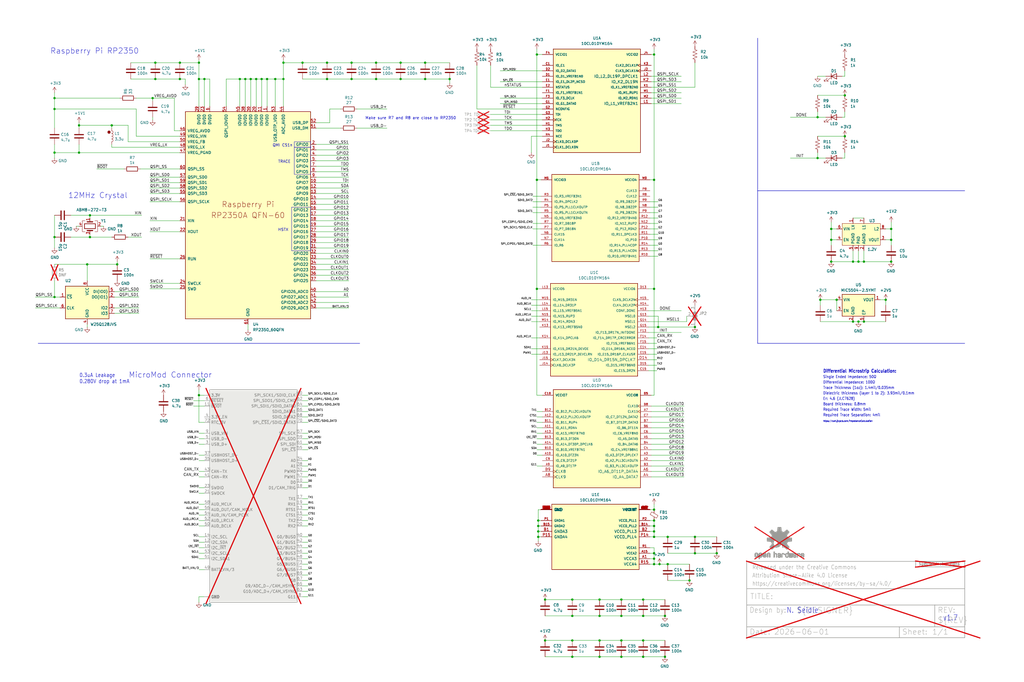
<source format=kicad_sch>
(kicad_sch (version 20231120) (generator "eeschema") (generator_version "8.0")
  (paper "User" 477.19 317.906)
  (lib_symbols
    (symbol "Connector:TestPoint" (pin_numbers hide) (pin_names (offset 0.762) hide)
      (property "Reference" "TP" (at 0 6.858 0))
      (property "Value" "TestPoint" (at 0 5.08 0))
      (symbol "TestPoint_1_1"
        (pin passive line (at 0 0 90) (length 2.54) (name "1") (number "1"))
      )
    )
    (symbol "Device:C" (pin_numbers hide) (pin_names (offset 0.254))
      (property "Reference" "C" (at 0.635 2.54 0))
      (property "Value" "C" (at 0.635 -2.54 0))
      (symbol "C_1_1"
        (pin passive line (at 0 3.81 270) (length 2.794) (name "~") (number "1"))
        (pin passive line (at 0 -3.81 90) (length 2.794) (name "~") (number "2"))
      )
    )
    (symbol "Device:Crystal_GND24" (pin_names (offset 1.016) hide)
      (property "Reference" "Y" (at 3.175 5.08 0))
      (property "Value" "Crystal_GND24" (at 3.175 3.175 0))
      (symbol "Crystal_GND24_1_1"
        (pin passive line (at -3.81 0 0) (length 1.27) (name "1") (number "1"))
        (pin passive line (at 0 5.08 270) (length 1.27) (name "2") (number "2"))
        (pin passive line (at 3.81 0 180) (length 1.27) (name "3") (number "3"))
        (pin passive line (at 0 -5.08 90) (length 1.27) (name "4") (number "4"))
      )
    )
    (symbol "Device:FerriteBead_Small" (pin_numbers hide) (pin_names (offset 0))
      (property "Reference" "FB" (at 1.905 1.27 0))
      (property "Value" "FerriteBead_Small" (at 1.905 -1.27 0))
      (symbol "FerriteBead_Small_1_1"
        (pin passive line (at 0 2.54 270) (length 1.27) (name "~") (number "1"))
        (pin passive line (at 0 -2.54 90) (length 1.27) (name "~") (number "2"))
      )
    )
    (symbol "Device:L" (pin_numbers hide) (pin_names (offset 1.016) hide)
      (property "Reference" "L" (at -1.27 0 90))
      (property "Value" "L" (at 1.905 0 90))
      (symbol "L_1_1"
        (pin passive line (at 0 3.81 270) (length 1.27) (name "1") (number "1"))
        (pin passive line (at 0 -3.81 90) (length 1.27) (name "2") (number "2"))
      )
    )
    (symbol "Device:LED" (pin_numbers hide) (pin_names (offset 1.016) hide)
      (property "Reference" "D" (at 0 2.54 0))
      (property "Value" "LED" (at 0 -2.54 0))
      (symbol "LED_1_1"
        (pin passive line (at -3.81 0 0) (length 2.54) (name "K") (number "1"))
        (pin passive line (at 3.81 0 180) (length 2.54) (name "A") (number "2"))
      )
    )
    (symbol "Device:R" (pin_numbers hide) (pin_names (offset 0))
      (property "Reference" "R" (at 2.032 0 90))
      (property "Value" "R" (at 0 0 90))
      (symbol "R_1_1"
        (pin passive line (at 0 3.81 270) (length 1.27) (name "~") (number "1"))
        (pin passive line (at 0 -3.81 90) (length 1.27) (name "~") (number "2"))
      )
    )
    (symbol "Device:R_US" (pin_numbers hide) (pin_names (offset 0))
      (property "Reference" "R" (at 2.54 0 90))
      (property "Value" "R_US" (at -2.54 0 90))
      (symbol "R_US_1_1"
        (pin passive line (at 0 3.81 270) (length 1.27) (name "~") (number "1"))
        (pin passive line (at 0 -3.81 90) (length 1.27) (name "~") (number "2"))
      )
    )
    (symbol "Jumper:SolderJumper_3_Bridged12" (pin_names (offset 0) hide)
      (property "Reference" "JP" (at -2.54 -2.54 0))
      (property "Value" "SolderJumper_3_Bridged12" (at 0 2.794 0))
      (symbol "SolderJumper_3_Bridged12_1_1"
        (pin passive line (at -5.08 0 0) (length 2.54) (name "A") (number "1"))
        (pin passive line (at 0 -3.81 90) (length 2.54) (name "C") (number "2"))
        (pin passive line (at 5.08 0 180) (length 2.54) (name "B") (number "3"))
      )
    )
    (symbol "MCU_RaspberryPi_RP2350:RP2350_60QFN" (pin_names (offset 1.016))
      (property "Reference" "U" (at -29.21 49.53 0))
      (property "Value" "RP2350_60QFN" (at 24.13 -49.53 0))
      (symbol "RP2350_60QFN_0_0"
        (text "Raspberry Pi" (at 0 5.08 0) (effects (font (size 2.54 2.54))))
      )
      (symbol "RP2350_60QFN_1_0"
        (text "RP2350A QFN-60" (at 0 0 0) (effects (font (size 2.54 2.54))))
      )
      (symbol "RP2350_60QFN_1_1"
        (pin power_in line (at 8.89 50.8 270) (length 2.54) (name "IOVDD") (number "1"))
        (pin bidirectional line (at 31.75 15.24 180) (length 2.54) (name "GPIO7") (number "10"))
        (pin power_in line (at 6.35 50.8 270) (length 2.54) (name "IOVDD") (number "11"))
        (pin bidirectional line (at 31.75 12.7 180) (length 2.54) (name "GPIO8") (number "12"))
        (pin bidirectional line (at 31.75 10.16 180) (length 2.54) (name "GPIO9") (number "13"))
        (pin bidirectional line (at 31.75 7.62 180) (length 2.54) (name "GPIO10") (number "14"))
        (pin bidirectional line (at 31.75 5.08 180) (length 2.54) (name "GPIO11") (number "15"))
        (pin bidirectional line (at 31.75 2.54 180) (length 2.54) (name "GPIO12") (number "16"))
        (pin bidirectional line (at 31.75 0 180) (length 2.54) (name "GPIO13") (number "17"))
        (pin bidirectional line (at 31.75 -2.54 180) (length 2.54) (name "GPIO14") (number "18"))
        (pin bidirectional line (at 31.75 -5.08 180) (length 2.54) (name "GPIO15") (number "19"))
        (pin bidirectional line (at 31.75 33.02 180) (length 2.54) (name "GPIO0") (number "2"))
        (pin power_in line (at 3.81 50.8 270) (length 2.54) (name "IOVDD") (number "20"))
        (pin input line (at -31.75 -2.54 0) (length 2.54) (name "XIN") (number "21"))
        (pin passive line (at -31.75 -7.62 0) (length 2.54) (name "XOUT") (number "22"))
        (pin power_in line (at -20.32 50.8 270) (length 2.54) (name "DVDD") (number "23"))
        (pin output line (at -31.75 -31.75 0) (length 2.54) (name "SWCLK") (number "24"))
        (pin bidirectional line (at -31.75 -34.29 0) (length 2.54) (name "SWD") (number "25"))
        (pin input line (at -31.75 -20.32 0) (length 2.54) (name "RUN") (number "26"))
        (pin bidirectional line (at 31.75 -7.62 180) (length 2.54) (name "GPIO16") (number "27"))
        (pin bidirectional line (at 31.75 -10.16 180) (length 2.54) (name "GPIO17") (number "28"))
        (pin bidirectional line (at 31.75 -12.7 180) (length 2.54) (name "GPIO18") (number "29"))
        (pin bidirectional line (at 31.75 30.48 180) (length 2.54) (name "GPIO1") (number "3"))
        (pin power_in line (at 1.27 50.8 270) (length 2.54) (name "IOVDD") (number "30"))
        (pin bidirectional line (at 31.75 -15.24 180) (length 2.54) (name "GPIO19") (number "31"))
        (pin bidirectional line (at 31.75 -17.78 180) (length 2.54) (name "GPIO20") (number "32"))
        (pin bidirectional line (at 31.75 -20.32 180) (length 2.54) (name "GPIO21") (number "33"))
        (pin bidirectional line (at 31.75 -22.86 180) (length 2.54) (name "GPIO22") (number "34"))
        (pin bidirectional line (at 31.75 -25.4 180) (length 2.54) (name "GPIO23") (number "35"))
        (pin bidirectional line (at 31.75 -27.94 180) (length 2.54) (name "GPIO24") (number "36"))
        (pin bidirectional line (at 31.75 -30.48 180) (length 2.54) (name "GPIO25") (number "37"))
        (pin power_in line (at -1.27 50.8 270) (length 2.54) (name "IOVDD") (number "38"))
        (pin power_in line (at -22.86 50.8 270) (length 2.54) (name "DVDD") (number "39"))
        (pin bidirectional line (at 31.75 27.94 180) (length 2.54) (name "GPIO2") (number "4"))
        (pin bidirectional line (at 31.75 -35.56 180) (length 2.54) (name "GPIO26_ADC0") (number "40"))
        (pin bidirectional line (at 31.75 -38.1 180) (length 2.54) (name "GPIO27_ADC1") (number "41"))
        (pin bidirectional line (at 31.75 -40.64 180) (length 2.54) (name "GPIO28_ADC2") (number "42"))
        (pin bidirectional line (at 31.75 -43.18 180) (length 2.54) (name "GPIO29_ADC3") (number "43"))
        (pin power_in line (at 16.51 50.8 270) (length 2.54) (name "ADC_AVDD") (number "44"))
        (pin power_in line (at -3.81 50.8 270) (length 2.54) (name "IOVDD") (number "45"))
        (pin power_in line (at -31.75 39.37 0) (length 2.54) (name "VREG_AVDD") (number "46"))
        (pin power_in line (at -31.75 29.21 0) (length 2.54) (name "VREG_PGND") (number "47"))
        (pin power_out line (at -31.75 31.75 0) (length 2.54) (name "VREG_LX") (number "48"))
        (pin power_in line (at -31.75 36.83 0) (length 2.54) (name "VREG_VIN") (number "49"))
        (pin bidirectional line (at 31.75 25.4 180) (length 2.54) (name "GPIO3") (number "5"))
        (pin input line (at -31.75 34.29 0) (length 2.54) (name "VREG_FB") (number "50"))
        (pin bidirectional line (at 31.75 40.64 180) (length 2.54) (name "USB_DM") (number "51"))
        (pin bidirectional line (at 31.75 43.18 180) (length 2.54) (name "USB_DP") (number "52"))
        (pin power_in line (at 12.7 50.8 270) (length 2.54) (name "USB_OTP_VDD") (number "53"))
        (pin power_in line (at -10.16 50.8 270) (length 2.54) (name "QSPI_IOVDD") (number "54"))
        (pin bidirectional line (at -31.75 10.16 0) (length 2.54) (name "QSPI_SD3") (number "55"))
        (pin output line (at -31.75 6.35 0) (length 2.54) (name "QSPI_SCLK") (number "56"))
        (pin bidirectional line (at -31.75 17.78 0) (length 2.54) (name "QSPI_SD0") (number "57"))
        (pin bidirectional line (at -31.75 12.7 0) (length 2.54) (name "QSPI_SD2") (number "58"))
        (pin bidirectional line (at -31.75 15.24 0) (length 2.54) (name "QSPI_SD1") (number "59"))
        (pin power_in line (at -17.78 50.8 270) (length 2.54) (name "DVDD") (number "6"))
        (pin bidirectional line (at -31.75 21.59 0) (length 2.54) (name "QSPI_SS") (number "60"))
        (pin power_in line (at 0 -50.8 90) (length 2.54) (name "GND") (number "61"))
        (pin bidirectional line (at 31.75 22.86 180) (length 2.54) (name "GPIO4") (number "7"))
        (pin bidirectional line (at 31.75 20.32 180) (length 2.54) (name "GPIO5") (number "8"))
        (pin bidirectional line (at 31.75 17.78 180) (length 2.54) (name "GPIO6") (number "9"))
      )
    )
    (symbol "Memory_Flash:W25Q128JVS"
      (property "Reference" "U" (at -8.89 8.89 0))
      (property "Value" "W25Q128JVS" (at 7.62 8.89 0))
      (symbol "W25Q128JVS_1_1"
        (pin input line (at -12.7 2.54 0) (length 2.54) (name "~{CS}") (number "1"))
        (pin bidirectional line (at 12.7 2.54 180) (length 2.54) (name "DO(IO1)") (number "2"))
        (pin bidirectional line (at 12.7 -2.54 180) (length 2.54) (name "IO2") (number "3"))
        (pin power_in line (at 0 -10.16 90) (length 2.54) (name "GND") (number "4"))
        (pin bidirectional line (at 12.7 5.08 180) (length 2.54) (name "DI(IO0)") (number "5"))
        (pin input line (at -12.7 -2.54 0) (length 2.54) (name "CLK") (number "6"))
        (pin bidirectional line (at 12.7 -5.08 180) (length 2.54) (name "IO3") (number "7"))
        (pin power_in line (at 0 10.16 270) (length 2.54) (name "VCC") (number "8"))
      )
    )
    (symbol "MicroMod-RP2040-ProcessorBoard-eagle-import:FRAME-LEDGER"
      (symbol "FRAME-LEDGER_2_0"
        (text "${#}/${##}" (at 86.36 1.27 0) (effects (font (size 2.54 2.54)) (justify left bottom)))
        (text "${CURRENT_DATE}" (at 12.7 1.27 0) (effects (font (size 2.54 2.54)) (justify left bottom)))
        (text "${DESIGNER}" (at 23.114 11.176 0) (effects (font (size 2.7432 2.7432)) (justify left bottom)))
        (text "${PROJECTNAME}" (at 15.494 17.78 0) (effects (font (size 2.7432 2.7432)) (justify left bottom)))
        (text "${REV}" (at 88.9 6.604 0) (effects (font (size 2.7432 2.7432)) (justify left bottom)))
        (text "Attribution Share-Alike 4.0 License" (at 2.54 27.94 0) (effects (font (size 1.9304 1.6408)) (justify left bottom)))
        (text "Date:" (at 1.27 1.27 0) (effects (font (size 2.54 2.54)) (justify left bottom)))
        (text "Design by:" (at 1.27 11.43 0) (effects (font (size 2.54 2.159)) (justify left bottom)))
        (text "https://creativecommons.org/licenses/by-sa/4.0/" (at 2.54 24.13 0) (effects (font (size 1.9304 1.6408)) (justify left bottom)))
        (text "Released under the Creative Commons" (at 2.54 31.75 0) (effects (font (size 1.9304 1.6408)) (justify left bottom)))
        (text "REV:" (at 88.9 11.43 0) (effects (font (size 2.54 2.54)) (justify left bottom)))
        (text "Sheet:" (at 72.39 1.27 0) (effects (font (size 2.54 2.54)) (justify left bottom)))
        (text "TITLE:" (at 1.524 17.78 0) (effects (font (size 2.54 2.54)) (justify left bottom)))
      )
    )
    (symbol "MicroMod-RP2040-ProcessorBoard-eagle-import:OSHW-LOGOMINI")
    (symbol "MicroMod-RP2040-ProcessorBoard-eagle-import:SPECIAL_INSTRUCTIONS-ORDERING"
      (symbol "SPECIAL_INSTRUCTIONS-ORDERING_1_0"
        (text "Special Instructions" (at 1.27 0.6985 0) (effects (font (size 1.27 1.27) (thickness 0.254) (bold yes)) (justify left bottom)))
      )
    )
    (symbol "custom:10CL010YM164" (pin_names (offset 1.016))
      (property "Reference" "U" (at -19.05 8.89 0))
      (property "Value" "10CL010YM164" (at 0 5.08 0))
      (symbol "10CL010YM164_1_0"
        (pin bidirectional line (at -25.4 0 0) (length 5.08) (name "IO_C1") (number "C1"))
        (pin bidirectional line (at -25.4 -5.08 0) (length 5.08) (name "IO_D1_VREFB1N0") (number "D1"))
        (pin bidirectional line (at -25.4 -2.54 0) (length 5.08) (name "IO_D2_DATA1") (number "D2"))
        (pin bidirectional line (at -25.4 -7.62 0) (length 5.08) (name "IO_E1_DL2P_NCSO") (number "E1"))
        (pin bidirectional line (at -25.4 -10.16 0) (length 5.08) (name "NSTATUS") (number "E2"))
        (pin bidirectional line (at -25.4 -12.7 0) (length 5.08) (name "IO_F1_VREFB1N1") (number "F1"))
        (pin bidirectional line (at -25.4 -15.24 0) (length 5.08) (name "IO_F3_DCLK") (number "F3"))
        (pin power_in line (at -25.4 5.08 0) (length 5.08) (name "VCCIO1") (number "F4"))
        (pin bidirectional line (at -25.4 -17.78 0) (length 5.08) (name "IO_G1_DATA0") (number "G1"))
        (pin input line (at -25.4 -20.32 0) (length 5.08) (name "NCONFIG") (number "G2"))
        (pin input line (at -25.4 -22.86 0) (length 5.08) (name "TDI") (number "G3"))
        (pin input line (at -25.4 -27.94 0) (length 5.08) (name "TMS") (number "H1"))
        (pin input clock (at -25.4 -25.4 0) (length 5.08) (name "TCK") (number "H2"))
        (pin output line (at -25.4 -30.48 0) (length 5.08) (name "TDO") (number "H3"))
        (pin input line (at -25.4 -33.02 0) (length 5.08) (name "NCE") (number "H4"))
        (pin input clock (at -25.4 -38.1 0) (length 5.08) (name "CLK1_DCLK0N") (number "J1"))
        (pin input clock (at -25.4 -35.56 0) (length 5.08) (name "CLK0_DCLK0P") (number "J2"))
        (pin input clock (at 25.4 -2.54 180) (length 5.08) (name "CLK3_DCLK1N") (number "J3"))
        (pin power_in line (at 25.4 5.08 180) (length 5.08) (name "VCCIO2") (number "J4"))
        (pin bidirectional line (at 25.4 -10.16 180) (length 5.08) (name "IO_K1_VREFB2N0") (number "K1"))
        (pin bidirectional line (at 25.4 -7.62 180) (length 5.08) (name "IO_K2_DL19N") (number "K2"))
        (pin input clock (at 25.4 0 180) (length 5.08) (name "CLK2_DCLK1P") (number "K3"))
        (pin bidirectional line (at 25.4 -17.78 180) (length 5.08) (name "IO_L1_VREFB2N1") (number "L1"))
        (pin bidirectional line (at 25.4 -5.08 180) (length 5.08) (name "IO_L2_DL19P_DPCLK1") (number "L2"))
        (pin bidirectional line (at 25.4 -12.7 180) (length 5.08) (name "IO_M1_RUP1") (number "M1"))
        (pin bidirectional line (at 25.4 -15.24 180) (length 5.08) (name "IO_M2_RDN1") (number "M2"))
      )
      (symbol "10CL010YM164_2_0"
        (pin power_in line (at -25.4 5.08 0) (length 5.08) (name "VCCIO3") (number "M5"))
        (pin power_in line (at -25.4 5.08 0) (length 5.08) (name "VCCIO3") (number "M6"))
        (pin power_in line (at 25.4 5.08 180) (length 5.08) (name "VCCIO4") (number "M9"))
        (pin bidirectional line (at 25.4 -15.24 180) (length 5.08) (name "IO_N12_RUP2") (number "N12"))
        (pin bidirectional line (at -25.4 -12.7 0) (length 5.08) (name "IO_N5_VREFB3N0") (number "N5"))
        (pin input line (at -25.4 -20.32 0) (length 5.08) (name "CLK15") (number "N6"))
        (pin input line (at -25.4 -22.86 0) (length 5.08) (name "CLK14") (number "N7"))
        (pin bidirectional line (at 25.4 -7.62 180) (length 5.08) (name "IO_N8_DB22P") (number "N8"))
        (pin power_in line (at 25.4 5.08 180) (length 5.08) (name "VCCIO4") (number "N9"))
        (pin bidirectional line (at 25.4 -22.86 180) (length 5.08) (name "IO_P10") (number "P10"))
        (pin bidirectional line (at 25.4 -17.78 180) (length 5.08) (name "IO_P12_RDN2") (number "P12"))
        (pin bidirectional line (at -25.4 -7.62 0) (length 5.08) (name "IO_P5_PLL1CLKOUTP") (number "P5"))
        (pin bidirectional line (at -25.4 -17.78 0) (length 5.08) (name "IO_P7_DB18N") (number "P7"))
        (pin bidirectional line (at 25.4 0 180) (length 5.08) (name "CLK13") (number "P8"))
        (pin bidirectional line (at 25.4 -10.16 180) (length 5.08) (name "IO_P9_DB22N") (number "P9"))
        (pin bidirectional line (at 25.4 -30.48 180) (length 5.08) (name "IO_R10_VREFB4N1") (number "R10"))
        (pin bidirectional line (at 25.4 -20.32 180) (length 5.08) (name "IO_R11_DPCLK3") (number "R11"))
        (pin bidirectional line (at 25.4 -12.7 180) (length 5.08) (name "IO_R12_VREFB4N0") (number "R12"))
        (pin bidirectional line (at 25.4 -27.94 180) (length 5.08) (name "IO_R13_PLL4CON") (number "R13"))
        (pin bidirectional line (at 25.4 -25.4 180) (length 5.08) (name "IO_R14_PLL4COP") (number "R14"))
        (pin bidirectional line (at -25.4 -2.54 0) (length 5.08) (name "IO_R3_VREFB3N1") (number "R3"))
        (pin bidirectional line (at -25.4 -5.08 0) (length 5.08) (name "IO_R4_DPCLK2") (number "R4"))
        (pin bidirectional line (at -25.4 -10.16 0) (length 5.08) (name "IO_R5_PLL1CLKOUTN") (number "R5"))
        (pin bidirectional line (at -25.4 -25.4 0) (length 5.08) (name "IO_R6") (number "R6"))
        (pin bidirectional line (at -25.4 -15.24 0) (length 5.08) (name "IO_R7_DB18P") (number "R7"))
        (pin bidirectional line (at 25.4 -2.54 180) (length 5.08) (name "CLK12") (number "R8"))
        (pin bidirectional line (at 25.4 -5.08 180) (length 5.08) (name "IO_R9_DB21P") (number "R9"))
      )
      (symbol "10CL010YM164_3_0"
        (pin bidirectional line (at 25.4 -33.02 180) (length 5.08) (name "IO_C15_DR2N") (number "C15"))
        (pin power_in line (at 25.4 5.08 180) (length 5.08) (name "VCCIO6") (number "D13"))
        (pin bidirectional line (at 25.4 -27.94 180) (length 5.08) (name "IO_D14_DR15N_DPCLK7") (number "D14"))
        (pin bidirectional line (at 25.4 -30.48 180) (length 5.08) (name "IO_D15_VREFB6N0") (number "D15"))
        (pin bidirectional line (at 25.4 -22.86 180) (length 5.08) (name "IO_E14_DR16N_NCEO") (number "E14"))
        (pin bidirectional line (at 25.4 -25.4 180) (length 5.08) (name "IO_E15_DR16P_CLKUSR") (number "E15"))
        (pin bidirectional line (at 25.4 -15.24 180) (length 5.08) (name "IO_F13_DR17N_INITDONE") (number "F13"))
        (pin bidirectional line (at 25.4 -17.78 180) (length 5.08) (name "IO_F14_DR17P_CRCERROR") (number "F14"))
        (pin bidirectional line (at 25.4 -20.32 180) (length 5.08) (name "IO_F15_VREFB6N1") (number "F15"))
        (pin input line (at 25.4 -7.62 180) (length 5.08) (name "MSEL0") (number "G13"))
        (pin input line (at 25.4 -10.16 180) (length 5.08) (name "MSEL1") (number "G14"))
        (pin input line (at 25.4 -12.7 180) (length 5.08) (name "MSEL2") (number "G15"))
        (pin bidirectional line (at 25.4 -5.08 180) (length 5.08) (name "CONF_DONE") (number "H13"))
        (pin input clock (at 25.4 -2.54 180) (length 5.08) (name "CLK4_DCLK2P") (number "H14"))
        (pin input clock (at 25.4 0 180) (length 5.08) (name "CLK5_DCLK2N") (number "H15"))
        (pin bidirectional line (at -25.4 -25.4 0) (length 5.08) (name "IO_J13_DR21P_DEVCLRN") (number "J13"))
        (pin input clock (at -25.4 -30.48 0) (length 5.08) (name "CLK6_DCLK3P") (number "J14"))
        (pin input clock (at -25.4 -27.94 0) (length 5.08) (name "CLK7_DCLK3N") (number "J15"))
        (pin bidirectional line (at -25.4 -12.7 0) (length 5.08) (name "IO_K13_VREFB5N0") (number "K13"))
        (pin bidirectional line (at -25.4 -17.78 0) (length 5.08) (name "IO_K14_DPCLK6") (number "K14"))
        (pin bidirectional line (at -25.4 -22.86 0) (length 5.08) (name "IO_K15_DR21N_DEVOE") (number "K15"))
        (pin power_in line (at -25.4 5.08 0) (length 5.08) (name "VCCIO5") (number "L13"))
        (pin bidirectional line (at -25.4 -2.54 0) (length 5.08) (name "IO_L14_DR31P") (number "L14"))
        (pin bidirectional line (at -25.4 -5.08 0) (length 5.08) (name "IO_L15_VREFB5N1") (number "L15"))
        (pin bidirectional line (at -25.4 -10.16 0) (length 5.08) (name "IO_M14_RDN3") (number "M14"))
        (pin bidirectional line (at -25.4 0 0) (length 5.08) (name "IO_M15_DR31N") (number "M15"))
        (pin bidirectional line (at -25.4 -7.62 0) (length 5.08) (name "IO_N15_RUP3") (number "N15"))
      )
      (symbol "10CL010YM164_4_0"
        (pin bidirectional line (at -25.4 -22.86 0) (length 5.08) (name "IO_A10_DT23N") (number "A10"))
        (pin bidirectional line (at -25.4 -10.16 0) (length 5.08) (name "IO_A11_RDN4") (number "A11"))
        (pin bidirectional line (at -25.4 -5.08 0) (length 5.08) (name "IO_A12_PLL2CLKOUTP") (number "A12"))
        (pin bidirectional line (at -25.4 -12.7 0) (length 5.08) (name "IO_A13_VREFB7N0") (number "A13"))
        (pin bidirectional line (at -25.4 -17.78 0) (length 5.08) (name "IO_A14_DT30P_DPCLK6") (number "A14"))
        (pin bidirectional line (at 25.4 -25.4 180) (length 5.08) (name "IO_A2_PLL3CLKOUTN") (number "A2"))
        (pin bidirectional line (at 25.4 -22.86 180) (length 5.08) (name "IO_A3_DT2P_DPLCK7") (number "A3"))
        (pin bidirectional line (at 25.4 -33.02 180) (length 5.08) (name "IO_A4_DATA7") (number "A4"))
        (pin bidirectional line (at 25.4 -15.24 180) (length 5.08) (name "IO_A5_DATA5") (number "A5"))
        (pin bidirectional line (at 25.4 -30.48 180) (length 5.08) (name "IO_A6_DT11P_DATA4") (number "A6"))
        (pin input clock (at 25.4 -2.54 180) (length 5.08) (name "CLK11") (number "A7"))
        (pin input clock (at -25.4 -33.02 0) (length 5.08) (name "CLK9") (number "A8"))
        (pin bidirectional line (at -25.4 -27.94 0) (length 5.08) (name "IO_A9_DT17P") (number "A9"))
        (pin bidirectional line (at -25.4 -20.32 0) (length 5.08) (name "IO_B10_VREFB7N1") (number "B10"))
        (pin bidirectional line (at -25.4 -7.62 0) (length 5.08) (name "IO_B11_RUP4") (number "B11"))
        (pin bidirectional line (at -25.4 -2.54 0) (length 5.08) (name "IO_B12_PLL2CLKOUTN") (number "B12"))
        (pin bidirectional line (at -25.4 -15.24 0) (length 5.08) (name "IO_B13_DT30N") (number "B13"))
        (pin bidirectional line (at 25.4 -27.94 180) (length 5.08) (name "IO_B3_PLL3CLKOUTP") (number "B3"))
        (pin bidirectional line (at 25.4 -17.78 180) (length 5.08) (name "IO_B4_DATA6") (number "B4"))
        (pin power_in line (at 25.4 5.08 180) (length 5.08) (name "VCCIO8") (number "B5"))
        (pin bidirectional line (at 25.4 -10.16 180) (length 5.08) (name "IO_B6_DT11N") (number "B6"))
        (pin bidirectional line (at 25.4 -7.62 180) (length 5.08) (name "IO_B7_DT12P_DATA3") (number "B7"))
        (pin input clock (at 25.4 0 180) (length 5.08) (name "CLK10") (number "B8"))
        (pin input clock (at -25.4 -30.48 0) (length 5.08) (name "CLK8") (number "B9"))
        (pin power_in line (at -25.4 5.08 0) (length 5.08) (name "VCCIO7") (number "C10"))
        (pin power_in line (at -25.4 5.08 0) (length 5.08) (name "VCCIO7") (number "C11"))
        (pin bidirectional line (at 25.4 -20.32 180) (length 5.08) (name "IO_C4_VREFB8N1") (number "C4"))
        (pin power_in line (at 25.4 5.08 180) (length 5.08) (name "VCCIO8") (number "C5"))
        (pin bidirectional line (at 25.4 -12.7 180) (length 5.08) (name "IO_C6_VREF8N0") (number "C6"))
        (pin bidirectional line (at 25.4 -5.08 180) (length 5.08) (name "IO_C7_DT12N_DATA2") (number "C7"))
        (pin bidirectional line (at -25.4 -25.4 0) (length 5.08) (name "IO_C9_DT21P") (number "C9"))
      )
      (symbol "10CL010YM164_5_0"
        (pin power_in line (at 25.4 -17.78 180) (length 5.08) (name "VCCA3") (number "A1"))
        (pin power_in line (at 25.4 -15.24 180) (length 5.08) (name "VCCA2") (number "A15"))
        (pin power_in line (at -25.4 -5.08 0) (length 5.08) (name "GNDA3") (number "B1"))
        (pin power_in line (at 25.4 -2.54 180) (length 5.08) (name "VCCD_PLL2") (number "B14"))
        (pin power_in line (at -25.4 -2.54 0) (length 5.08) (name "GNDA2") (number "B15"))
        (pin power_in line (at 25.4 -5.08 180) (length 5.08) (name "VCCD_PLL3") (number "B2"))
        (pin power_in line (at -25.4 5.08 0) (length 5.08) (name "GND") (number "C12"))
        (pin power_in line (at -25.4 5.08 0) (length 5.08) (name "GND") (number "C14"))
        (pin power_in line (at -25.4 5.08 0) (length 5.08) (name "GND") (number "C2"))
        (pin power_in line (at -25.4 5.08 0) (length 5.08) (name "GND") (number "C8"))
        (pin power_in line (at 25.4 5.08 180) (length 5.08) (name "VCCINT") (number "D10"))
        (pin power_in line (at -25.4 5.08 0) (length 5.08) (name "GND") (number "D11"))
        (pin power_in line (at 25.4 5.08 180) (length 5.08) (name "VCCINT") (number "D3"))
        (pin power_in line (at -25.4 5.08 0) (length 5.08) (name "GND") (number "D5"))
        (pin power_in line (at 25.4 5.08 180) (length 5.08) (name "VCCINT") (number "D6"))
        (pin power_in line (at -25.4 5.08 0) (length 5.08) (name "GND") (number "D7"))
        (pin power_in line (at 25.4 5.08 180) (length 5.08) (name "VCCINT") (number "D8"))
        (pin power_in line (at -25.4 5.08 0) (length 5.08) (name "GND") (number "D9"))
        (pin power_in line (at -25.4 5.08 0) (length 5.08) (name "GND") (number "E13"))
        (pin power_in line (at -25.4 5.08 0) (length 5.08) (name "GND") (number "E3"))
        (pin power_in line (at 25.4 5.08 180) (length 5.08) (name "VCCINT") (number "F12"))
        (pin power_in line (at -25.4 5.08 0) (length 5.08) (name "GND") (number "F2"))
        (pin power_in line (at -25.4 5.08 0) (length 5.08) (name "GND") (number "G12"))
        (pin power_in line (at -25.4 5.08 0) (length 5.08) (name "GND") (number "G4"))
        (pin power_in line (at 25.4 5.08 180) (length 5.08) (name "VCCINT") (number "H12"))
        (pin power_in line (at -25.4 5.08 0) (length 5.08) (name "GND") (number "J12"))
        (pin power_in line (at 25.4 5.08 180) (length 5.08) (name "VCCINT") (number "K12"))
        (pin power_in line (at -25.4 5.08 0) (length 5.08) (name "GND") (number "K4"))
        (pin power_in line (at 25.4 5.08 180) (length 5.08) (name "VCCINT") (number "L3"))
        (pin power_in line (at -25.4 5.08 0) (length 5.08) (name "GND") (number "M10"))
        (pin power_in line (at 25.4 5.08 180) (length 5.08) (name "VCCINT") (number "M11"))
        (pin power_in line (at -25.4 5.08 0) (length 5.08) (name "GND") (number "M13"))
        (pin power_in line (at -25.4 5.08 0) (length 5.08) (name "GND") (number "M3"))
        (pin power_in line (at -25.4 5.08 0) (length 5.08) (name "GND") (number "M7"))
        (pin power_in line (at 25.4 5.08 180) (length 5.08) (name "VCCINT") (number "M8"))
        (pin power_in line (at -25.4 5.08 0) (length 5.08) (name "GND") (number "N1"))
        (pin power_in line (at -25.4 5.08 0) (length 5.08) (name "GND") (number "N10"))
        (pin power_in line (at -25.4 5.08 0) (length 5.08) (name "GND") (number "N11"))
        (pin power_in line (at -25.4 5.08 0) (length 5.08) (name "GND") (number "N14"))
        (pin power_in line (at 25.4 5.08 180) (length 5.08) (name "VCCINT") (number "N2"))
        (pin power_in line (at -25.4 5.08 0) (length 5.08) (name "GND") (number "N4"))
        (pin power_in line (at -25.4 0 0) (length 5.08) (name "GNDA1") (number "P1"))
        (pin power_in line (at -25.4 5.08 0) (length 5.08) (name "GND") (number "P11"))
        (pin power_in line (at -25.4 5.08 0) (length 5.08) (name "GND") (number "P13"))
        (pin power_in line (at 25.4 -7.62 180) (length 5.08) (name "VCCD_PLL4") (number "P14"))
        (pin power_in line (at -25.4 -7.62 0) (length 5.08) (name "GNDA4") (number "P15"))
        (pin power_in line (at 25.4 0 180) (length 5.08) (name "VCCD_PLL1") (number "P2"))
        (pin power_in line (at 25.4 5.08 180) (length 5.08) (name "VCCINT") (number "P3"))
        (pin power_in line (at -25.4 5.08 0) (length 5.08) (name "GND") (number "P4"))
        (pin power_in line (at -25.4 5.08 0) (length 5.08) (name "GND") (number "P6"))
        (pin power_in line (at 25.4 -12.7 180) (length 5.08) (name "VCCA1") (number "R1"))
        (pin power_in line (at 25.4 -20.32 180) (length 5.08) (name "VCCA4") (number "R15"))
        (pin power_in line (at -25.4 5.08 0) (length 5.08) (name "GND") (number "R2"))
      )
    )
    (symbol "custom:MIC5504-2.5YMT"
      (property "Reference" "U5" (at 0 10.16 0))
      (property "Value" "MIC5504-2.5YMT" (at 0 7.62 0))
      (symbol "MIC5504-2.5YMT_1_1"
        (pin power_out line (at 10.16 2.54 180) (length 2.54) (name "VOUT") (number "1"))
        (pin power_in line (at -2.54 -7.62 90) (length 2.54) (name "GND") (number "2"))
        (pin input line (at -10.16 -2.54 0) (length 2.54) (name "EN") (number "3"))
        (pin power_in line (at -10.16 2.54 0) (length 2.54) (name "VIN") (number "4"))
        (pin passive line (at 2.54 -7.62 90) (length 2.54) (name "EP") (number "5"))
      )
    )
    (symbol "custom:MICROMOD-2222"
      (symbol "MICROMOD-2222_1_0"
        (pin bidirectional line (at -22.86 -43.18 0) (length 2.54) (name "GND") (number "1"))
        (pin bidirectional line (at 22.86 10.16 180) (length 2.54) (name "D0") (number "10"))
        (pin bidirectional line (at -22.86 45.72 0) (length 2.54) (name "~{BOOT}") (number "11"))
        (pin bidirectional line (at -22.86 -17.78 0) (length 2.54) (name "I2C_SDA") (number "12"))
        (pin bidirectional line (at 22.86 -2.54 180) (length 2.54) (name "RTS1") (number "13"))
        (pin bidirectional line (at -22.86 -15.24 0) (length 2.54) (name "I2C_SCL") (number "14"))
        (pin bidirectional line (at 22.86 -5.08 180) (length 2.54) (name "CTS1") (number "15"))
        (pin bidirectional line (at -22.86 -20.32 0) (length 2.54) (name "I2C_~{INT}") (number "16"))
        (pin bidirectional line (at 22.86 2.54 180) (length 2.54) (name "TX1") (number "17"))
        (pin bidirectional line (at 22.86 7.62 180) (length 2.54) (name "D1/CAM_TRIG") (number "18"))
        (pin bidirectional line (at 22.86 0 180) (length 2.54) (name "RX1") (number "19"))
        (pin bidirectional line (at -22.86 50.8 0) (length 2.54) (name "3.3V") (number "2"))
        (pin bidirectional line (at 22.86 -10.16 180) (length 2.54) (name "RX2") (number "20"))
        (pin bidirectional line (at -22.86 5.08 0) (length 2.54) (name "SWDCK") (number "21"))
        (pin bidirectional line (at 22.86 -7.62 180) (length 2.54) (name "TX2") (number "22"))
        (pin bidirectional line (at -22.86 7.62 0) (length 2.54) (name "SWDIO") (number "23"))
        (pin bidirectional line (at -22.86 27.94 0) (length 2.54) (name "USB_D+") (number "3"))
        (pin bidirectional line (at 22.86 15.24 180) (length 2.54) (name "PWM0") (number "32"))
        (pin bidirectional line (at -22.86 -43.18 0) (length 2.54) (name "GND") (number "33"))
        (pin bidirectional line (at 22.86 20.32 180) (length 2.54) (name "A0") (number "34"))
        (pin bidirectional line (at -22.86 20.32 0) (length 2.54) (name "USBHOST_D+") (number "35"))
        (pin bidirectional line (at -22.86 -43.18 0) (length 2.54) (name "GND") (number "36"))
        (pin bidirectional line (at -22.86 22.86 0) (length 2.54) (name "USBHOST_D-") (number "37"))
        (pin bidirectional line (at 22.86 17.78 180) (length 2.54) (name "A1") (number "38"))
        (pin bidirectional line (at -22.86 -43.18 0) (length 2.54) (name "GND") (number "39"))
        (pin bidirectional line (at -22.86 40.64 0) (length 2.54) (name "3.3V_EN") (number "4"))
        (pin bidirectional line (at 22.86 -15.24 180) (length 2.54) (name "G0/BUS0") (number "40"))
        (pin bidirectional line (at -22.86 12.7 0) (length 2.54) (name "CAN-RX") (number "41"))
        (pin bidirectional line (at 22.86 -17.78 180) (length 2.54) (name "G1/BUS1") (number "42"))
        (pin bidirectional line (at -22.86 15.24 0) (length 2.54) (name "CAN-TX") (number "43"))
        (pin bidirectional line (at 22.86 -20.32 180) (length 2.54) (name "G2/BUS2") (number "44"))
        (pin bidirectional line (at -22.86 -43.18 0) (length 2.54) (name "GND") (number "45"))
        (pin bidirectional line (at 22.86 -22.86 180) (length 2.54) (name "G3/BUS3") (number "46"))
        (pin bidirectional line (at 22.86 12.7 180) (length 2.54) (name "PWM1") (number "47"))
        (pin bidirectional line (at 22.86 -25.4 180) (length 2.54) (name "G4/BUS4") (number "48"))
        (pin bidirectional line (at -22.86 -30.48 0) (length 2.54) (name "BATT_VIN/3") (number "49"))
        (pin bidirectional line (at -22.86 30.48 0) (length 2.54) (name "USB_D-") (number "5"))
        (pin bidirectional line (at -22.86 -10.16 0) (length 2.54) (name "AUD_BCLK") (number "50"))
        (pin bidirectional line (at -22.86 -25.4 0) (length 2.54) (name "I2C_SDA1") (number "51"))
        (pin bidirectional line (at -22.86 -7.62 0) (length 2.54) (name "AUD_LRCLK") (number "52"))
        (pin bidirectional line (at -22.86 -22.86 0) (length 2.54) (name "I2C_SCL1") (number "53"))
        (pin bidirectional line (at -22.86 -5.08 0) (length 2.54) (name "AUD_IN/CAM_PCLK") (number "54"))
        (pin bidirectional line (at 22.86 25.4 180) (length 2.54) (name "SPI_~{CS}") (number "55"))
        (pin bidirectional line (at -22.86 -2.54 0) (length 2.54) (name "AUD_OUT/CAM_MCLK") (number "56"))
        (pin bidirectional line (at 22.86 33.02 180) (length 2.54) (name "SPI_SCK") (number "57"))
        (pin bidirectional line (at -22.86 0 0) (length 2.54) (name "AUD_MCLK") (number "58"))
        (pin bidirectional line (at 22.86 30.48 180) (length 2.54) (name "SPI_SDO") (number "59"))
        (pin bidirectional line (at -22.86 48.26 0) (length 2.54) (name "~{RESET}") (number "6"))
        (pin bidirectional line (at 22.86 50.8 180) (length 2.54) (name "SPI_SCK1/SDIO_CLK") (number "60"))
        (pin bidirectional line (at 22.86 27.94 180) (length 2.54) (name "SPI_SDI") (number "61"))
        (pin bidirectional line (at 22.86 48.26 180) (length 2.54) (name "SPI_SDO1/SDIO_CMD") (number "62"))
        (pin bidirectional line (at 22.86 -40.64 180) (length 2.54) (name "G10/ADC_D+/CAM_VSYNC") (number "63"))
        (pin bidirectional line (at 22.86 45.72 180) (length 2.54) (name "SPI_SDI1/SDIO_DATA0") (number "64"))
        (pin bidirectional line (at 22.86 -38.1 180) (length 2.54) (name "G9/ADC_D-/CAM_HSYNC") (number "65"))
        (pin bidirectional line (at 22.86 43.18 180) (length 2.54) (name "SDIO_DATA1") (number "66"))
        (pin bidirectional line (at 22.86 -35.56 180) (length 2.54) (name "G8") (number "67"))
        (pin bidirectional line (at 22.86 40.64 180) (length 2.54) (name "SDIO_DATA2") (number "68"))
        (pin bidirectional line (at 22.86 -33.02 180) (length 2.54) (name "G7/BUS7") (number "69"))
        (pin bidirectional line (at -22.86 -43.18 0) (length 2.54) (name "GND") (number "7"))
        (pin bidirectional line (at 22.86 38.1 180) (length 2.54) (name "SPI_~{CS1}/SDIO_DATA3") (number "70"))
        (pin bidirectional line (at 22.86 -30.48 180) (length 2.54) (name "G6/BUS6") (number "71"))
        (pin bidirectional line (at -22.86 38.1 0) (length 2.54) (name "RTC_3V") (number "72"))
        (pin bidirectional line (at 22.86 -27.94 180) (length 2.54) (name "G5/BUS5") (number "73"))
        (pin bidirectional line (at -22.86 50.8 0) (length 2.54) (name "3.3V") (number "74"))
        (pin bidirectional line (at -22.86 -43.18 0) (length 2.54) (name "GND") (number "75"))
        (pin bidirectional line (at 22.86 -43.18 180) (length 2.54) (name "G11") (number "8"))
        (pin bidirectional line (at -22.86 33.02 0) (length 2.54) (name "USB_VIN") (number "9"))
        (pin bidirectional line (at -22.86 -43.18 0) (length 2.54) (name "GND") (number "GND1"))
        (pin bidirectional line (at -22.86 -43.18 0) (length 2.54) (name "GND") (number "GND2"))
        (pin bidirectional line (at -22.86 -43.18 0) (length 2.54) (name "GND") (number "GND3"))
      )
    )
    (symbol "custom:xcl239"
      (property "Reference" "U3" (at 6.35 6.35 0))
      (property "Value" "1.2V" (at 6.35 -6.985 0))
      (symbol "xcl239_0_0"
        (pin power_out line (at -2.54 7.62 270) (length 2.54) (name "LX") (number "1"))
        (pin power_in line (at 2.54 -7.62 90) (length 2.54) (name "AGND") (number "2"))
        (pin input line (at 12.7 -2.54 180) (length 2.54) (name "VOUT") (number "3"))
        (pin input line (at -10.16 -2.54 0) (length 2.54) (name "EN") (number "4"))
        (pin power_in line (at -10.16 2.54 0) (length 2.54) (name "VIN") (number "6"))
        (pin passive line (at 2.54 7.62 270) (length 2.54) (name "L1") (number "7"))
        (pin passive line (at 12.7 2.54 180) (length 2.54) (name "L2") (number "8"))
      )
      (symbol "xcl239_1_0"
        (pin power_in line (at -2.54 -7.62 90) (length 2.54) (name "PGND") (number "5"))
        (pin power_in line (at 0 -7.62 90) (length 2.54) (name "PAD") (number "9"))
      )
    )
    (symbol "power:+1V1" (power) (pin_names (offset 0))
      (property "Value" "+1V1" (at 0 3.556 0))
      (symbol "+1V1_1_1"
        (pin power_in line (at 0 0 90) (length 0) hide (name "+1V1") (number "1"))
      )
    )
    (symbol "power:+1V2" (power) (pin_names (offset 0))
      (property "Value" "+1V2" (at 0 3.556 0))
      (symbol "+1V2_1_1"
        (pin power_in line (at 0 0 90) (length 0) hide (name "+1V2") (number "1"))
      )
    )
    (symbol "power:+2V5" (power) (pin_names (offset 0))
      (property "Value" "+2V5" (at 0 3.556 0))
      (symbol "+2V5_1_1"
        (pin power_in line (at 0 0 90) (length 0) hide (name "+2V5") (number "1"))
      )
    )
    (symbol "power:+3V3" (power) (pin_names (offset 0))
      (property "Value" "+3V3" (at 0 3.556 0))
      (symbol "+3V3_1_1"
        (pin power_in line (at 0 0 90) (length 0) hide (name "+3V3") (number "1"))
      )
    )
    (symbol "power:GND" (power) (pin_names (offset 0))
      (property "Value" "GND" (at 0 -3.81 0))
      (symbol "GND_1_1"
        (pin power_in line (at 0 0 270) (length 0) hide (name "GND") (number "1"))
      )
    )
  )
  (junction (at 279.4 279.4))
  (junction (at 393.7 44.45))
  (junction (at 415.29 121.92))
  (junction (at 311.15 250.19))
  (junction (at 309.88 306.07))
  (junction (at 128.27 36.83))
  (junction (at 304.8 83.82))
  (junction (at 140.97 29.21))
  (junction (at 397.51 121.92))
  (junction (at 387.35 111.76))
  (junction (at 116.84 36.83))
  (junction (at 299.72 298.45))
  (junction (at 36.83 58.42))
  (junction (at 415.29 106.68))
  (junction (at 279.4 306.07))
  (junction (at 25.4 138.43))
  (junction (at 25.4 45.72))
  (junction (at 186.69 29.21))
  (junction (at 152.4 36.83))
  (junction (at 381 54.61))
  (junction (at 25.4 50.8))
  (junction (at 279.4 287.02))
  (junction (at 266.7 298.45))
  (junction (at 111.76 36.83))
  (junction (at 72.39 36.83))
  (junction (at 304.8 245.11))
  (junction (at 382.27 139.7))
  (junction (at 92.71 36.83))
  (junction (at 250.825 247.65))
  (junction (at 304.8 237.49))
  (junction (at 400.05 121.92))
  (junction (at 72.39 29.21))
  (junction (at 121.92 36.83))
  (junction (at 95.25 36.83))
  (junction (at 175.26 29.21))
  (junction (at 40.64 123.19))
  (junction (at 250.825 245.11))
  (junction (at 402.59 149.86))
  (junction (at 323.85 250.19))
  (junction (at 250.825 242.57))
  (junction (at 92.71 184.15))
  (junction (at 381 73.66))
  (junction (at 323.85 257.81))
  (junction (at 175.26 36.83))
  (junction (at 266.7 279.4))
  (junction (at 299.72 287.02))
  (junction (at 299.72 306.07))
  (junction (at 304.8 250.19))
  (junction (at 289.56 287.02))
  (junction (at 92.71 29.21))
  (junction (at 25.4 71.12))
  (junction (at 393.7 63.5))
  (junction (at 250.19 83.82))
  (junction (at 304.8 257.81))
  (junction (at 124.46 36.83))
  (junction (at 304.8 262.89))
  (junction (at 266.7 287.02))
  (junction (at 250.825 250.19))
  (junction (at 54.61 123.19))
  (junction (at 334.01 257.81))
  (junction (at 71.12 45.72))
  (junction (at 132.08 29.21))
  (junction (at 209.55 36.83))
  (junction (at 186.69 36.83))
  (junction (at 163.83 36.83))
  (junction (at 266.7 306.07))
  (junction (at 289.56 298.45))
  (junction (at 52.07 58.42))
  (junction (at 402.59 121.92))
  (junction (at 152.4 29.21))
  (junction (at 289.56 279.4))
  (junction (at 309.88 287.02))
  (junction (at 299.72 279.4))
  (junction (at 387.35 121.92))
  (junction (at 307.34 262.89))
  (junction (at 289.56 306.07))
  (junction (at 304.8 134.62))
  (junction (at 412.75 139.7))
  (junction (at 279.4 298.45))
  (junction (at 304.8 247.65))
  (junction (at 114.3 36.83))
  (junction (at 400.05 149.86))
  (junction (at 41.91 100.33))
  (junction (at 119.38 36.83))
  (junction (at 254 298.45))
  (junction (at 323.85 152.4))
  (junction (at 198.12 29.21))
  (junction (at 36.83 71.12))
  (junction (at 304.8 260.35))
  (junction (at 304.8 242.57))
  (junction (at 250.19 25.4))
  (junction (at 250.19 134.62))
  (junction (at 389.89 139.7))
  (junction (at 321.31 270.51))
  (junction (at 163.83 29.21))
  (junction (at 415.29 111.76))
  (junction (at 83.82 29.21))
  (junction (at 306.705 152.4))
  (junction (at 397.51 149.86))
  (junction (at 311.15 262.89))
  (junction (at 132.08 36.83))
  (junction (at 254 279.4))
  (junction (at 83.82 36.83))
  (junction (at 41.91 110.49))
  (junction (at 25.4 110.49))
  (junction (at 387.35 106.68))
  (junction (at 198.12 36.83))
  (junction (at 304.8 25.4))
  (wire (pts (xy 166.37 50.8) (xy 180.34 50.8)))
  (wire (pts (xy 95.25 257.81) (xy 92.71 257.81)) (stroke (width 0.1524)))
  (wire (pts (xy 397.51 121.92) (xy 400.05 121.92)))
  (polyline (pts (xy 353.06 160.02) (xy 353.06 88.9)) (stroke (width 0.2032) (type solid)))
  (wire (pts (xy 247.65 162.56) (xy 251.46 162.56)) (stroke (width 0.1524)))
  (wire (pts (xy 147.32 123.19) (xy 162.56 123.19)))
  (wire (pts (xy 132.08 29.21) (xy 132.08 36.83)))
  (wire (pts (xy 233.045 33.02) (xy 252.73 33.02)))
  (wire (pts (xy 147.32 74.93) (xy 162.56 74.93)))
  (wire (pts (xy 250.19 25.4) (xy 250.19 83.82)))
  (wire (pts (xy 140.97 214.63) (xy 143.51 214.63)) (stroke (width 0.1524)))
  (wire (pts (xy 92.71 36.83) (xy 92.71 49.53)))
  (wire (pts (xy 147.32 77.47) (xy 162.56 77.47)))
  (wire (pts (xy 25.4 100.33) (xy 25.4 110.49)))
  (wire (pts (xy 69.85 85.09) (xy 83.82 85.09)))
  (wire (pts (xy 302.26 167.64) (xy 306.07 167.64)) (stroke (width 0.1524)))
  (wire (pts (xy 140.97 222.25) (xy 143.51 222.25)) (stroke (width 0.1524)))
  (wire (pts (xy 52.07 68.58) (xy 52.07 67.31)))
  (wire (pts (xy 124.46 36.83) (xy 124.46 49.53)))
  (wire (pts (xy 397.51 101.6) (xy 402.59 101.6)))
  (wire (pts (xy 302.895 96.52) (xy 306.705 96.52)) (stroke (width 0.1524)))
  (wire (pts (xy 147.32 120.65) (xy 162.56 120.65)))
  (wire (pts (xy 111.76 36.83) (xy 114.3 36.83)))
  (wire (pts (xy 415.29 103.505) (xy 415.29 106.68)))
  (wire (pts (xy 252.095 106.68) (xy 248.285 106.68)) (stroke (width 0.1524)))
  (wire (pts (xy 279.4 298.45) (xy 289.56 298.45)))
  (wire (pts (xy 299.72 287.02) (xy 309.88 287.02)))
  (wire (pts (xy 41.91 100.33) (xy 66.04 100.33)))
  (wire (pts (xy 252.73 201.93) (xy 250.19 201.93)) (stroke (width 0.1524)))
  (wire (pts (xy 266.7 298.45) (xy 279.4 298.45)))
  (wire (pts (xy 228.6 58.42) (xy 252.73 58.42)))
  (wire (pts (xy 252.73 209.55) (xy 250.19 209.55)) (stroke (width 0.1524)))
  (wire (pts (xy 140.97 224.79) (xy 143.51 224.79)) (stroke (width 0.1524)))
  (wire (pts (xy 254 306.07) (xy 266.7 306.07)))
  (wire (pts (xy 252.73 207.01) (xy 250.19 207.01)) (stroke (width 0.1524)))
  (wire (pts (xy 121.92 36.83) (xy 124.46 36.83)))
  (wire (pts (xy 147.32 72.39) (xy 162.56 72.39)))
  (wire (pts (xy 233.045 45.72) (xy 252.73 45.72)))
  (wire (pts (xy 105.41 36.83) (xy 111.76 36.83)))
  (wire (pts (xy 233.045 38.1) (xy 252.73 38.1)))
  (wire (pts (xy 317.5 48.26) (xy 303.53 48.26)))
  (wire (pts (xy 95.25 260.35) (xy 92.71 260.35)) (stroke (width 0.1524)))
  (wire (pts (xy 402.59 121.92) (xy 415.29 121.92)))
  (wire (pts (xy 57.785 78.74) (xy 45.085 78.74)))
  (wire (pts (xy 299.72 279.4) (xy 309.88 279.4)))
  (wire (pts (xy 228.6 40.64) (xy 228.6 30.48)))
  (wire (pts (xy 25.4 50.8) (xy 63.5 50.8)))
  (wire (pts (xy 53.34 143.51) (xy 64.77 143.51)))
  (wire (pts (xy 302.26 157.48) (xy 306.07 157.48)))
  (polyline (pts (xy 353.06 88.9) (xy 353.06 17.78)) (stroke (width 0.2032) (type solid)))
  (wire (pts (xy 59.69 110.49) (xy 66.04 110.49)))
  (wire (pts (xy 147.32 85.09) (xy 162.56 85.09)))
  (wire (pts (xy 302.26 134.62) (xy 304.8 134.62)))
  (wire (pts (xy 95.25 49.53) (xy 95.25 36.83)))
  (wire (pts (xy 250.19 22.86) (xy 250.19 25.4)))
  (wire (pts (xy 97.79 36.83) (xy 97.79 49.53)))
  (wire (pts (xy 92.71 219.71) (xy 95.25 219.71)))
  (wire (pts (xy 252.73 194.31) (xy 250.19 194.31)) (stroke (width 0.1524)))
  (wire (pts (xy 140.97 262.89) (xy 143.51 262.89)) (stroke (width 0.1524)))
  (wire (pts (xy 147.32 69.85) (xy 162.56 69.85)))
  (wire (pts (xy 299.72 298.45) (xy 309.88 298.45)))
  (wire (pts (xy 304.8 250.19) (xy 302.895 250.19)))
  (wire (pts (xy 92.71 184.15) (xy 92.71 196.85)))
  (wire (pts (xy 33.02 100.33) (xy 41.91 100.33)))
  (wire (pts (xy 387.35 106.68) (xy 389.89 106.68)))
  (wire (pts (xy 114.3 49.53) (xy 114.3 36.83)))
  (wire (pts (xy 368.3 54.61) (xy 381 54.61)))
  (wire (pts (xy 175.26 29.21) (xy 186.69 29.21)))
  (wire (pts (xy 95.25 207.01) (xy 92.71 207.01)) (stroke (width 0.1524)))
  (wire (pts (xy 250.19 184.15) (xy 252.73 184.15)))
  (wire (pts (xy 302.895 255.27) (xy 304.8 255.27)))
  (wire (pts (xy 252.095 91.44) (xy 248.285 91.44)) (stroke (width 0.1524)))
  (wire (pts (xy 140.97 232.41) (xy 143.51 232.41)) (stroke (width 0.1524)))
  (wire (pts (xy 81.28 60.96) (xy 83.82 60.96)))
  (wire (pts (xy 368.3 73.66) (xy 381 73.66)))
  (wire (pts (xy 304.8 22.86) (xy 304.8 25.4)))
  (wire (pts (xy 228.6 53.34) (xy 252.73 53.34)))
  (wire (pts (xy 40.64 123.19) (xy 54.61 123.19)))
  (wire (pts (xy 302.26 160.02) (xy 306.07 160.02)) (stroke (width 0.1524)))
  (wire (pts (xy 303.53 40.64) (xy 323.85 40.64)))
  (wire (pts (xy 147.32 59.69) (xy 158.75 59.69)))
  (wire (pts (xy 59.69 66.04) (xy 59.69 58.42)))
  (wire (pts (xy 25.4 67.31) (xy 25.4 71.12)))
  (wire (pts (xy 147.32 80.01) (xy 162.56 80.01)))
  (wire (pts (xy 289.56 287.02) (xy 299.72 287.02)))
  (wire (pts (xy 387.35 103.505) (xy 387.35 106.68)))
  (wire (pts (xy 382.27 149.86) (xy 397.51 149.86)))
  (wire (pts (xy 302.895 114.3) (xy 306.705 114.3)) (stroke (width 0.1524)))
  (wire (pts (xy 140.97 209.55) (xy 143.51 209.55)) (stroke (width 0.1524)))
  (wire (pts (xy 140.97 237.49) (xy 143.51 237.49)) (stroke (width 0.1524)))
  (wire (pts (xy 147.32 102.87) (xy 162.56 102.87)))
  (wire (pts (xy 83.82 134.62) (xy 69.85 134.62)))
  (wire (pts (xy 140.97 242.57) (xy 143.51 242.57)) (stroke (width 0.1524)))
  (wire (pts (xy 303.53 194.31) (xy 318.77 194.31)))
  (wire (pts (xy 302.895 242.57) (xy 304.8 242.57)))
  (wire (pts (xy 222.25 50.8) (xy 252.73 50.8)))
  (wire (pts (xy 25.4 123.19) (xy 40.64 123.19)))
  (wire (pts (xy 25.4 50.8) (xy 25.4 59.69)))
  (wire (pts (xy 393.7 54.61) (xy 392.43 54.61)))
  (wire (pts (xy 311.15 270.51) (xy 321.31 270.51)))
  (wire (pts (xy 95.25 242.57) (xy 92.71 242.57)) (stroke (width 0.1524)))
  (wire (pts (xy 140.97 245.11) (xy 143.51 245.11)) (stroke (width 0.1524)))
  (wire (pts (xy 198.12 36.83) (xy 209.55 36.83)))
  (wire (pts (xy 304.8 134.62) (xy 304.8 184.15)))
  (wire (pts (xy 95.25 245.11) (xy 92.71 245.11)) (stroke (width 0.1524)))
  (wire (pts (xy 304.8 257.81) (xy 304.8 260.35)))
  (wire (pts (xy 147.32 92.71) (xy 162.56 92.71)))
  (wire (pts (xy 140.97 250.19) (xy 143.51 250.19)) (stroke (width 0.1524)))
  (wire (pts (xy 222.25 30.48) (xy 222.25 50.8)))
  (wire (pts (xy 40.64 151.13) (xy 40.64 152.4)))
  (wire (pts (xy 33.02 110.49) (xy 41.91 110.49)))
  (wire (pts (xy 147.32 143.51) (xy 162.56 143.51)))
  (wire (pts (xy 147.32 118.11) (xy 162.56 118.11)))
  (wire (pts (xy 198.12 36.83) (xy 186.69 36.83)))
  (wire (pts (xy 69.85 120.65) (xy 83.82 120.65)))
  (wire (pts (xy 228.6 60.96) (xy 252.73 60.96)))
  (wire (pts (xy 402.59 149.86) (xy 412.75 149.86)))
  (wire (pts (xy 251.46 149.86) (xy 247.65 149.86)) (stroke (width 0.1524)))
  (wire (pts (xy 140.97 260.35) (xy 143.51 260.35)) (stroke (width 0.1524)))
  (wire (pts (xy 119.38 36.83) (xy 121.92 36.83)))
  (wire (pts (xy 63.5 50.8) (xy 63.5 63.5)))
  (wire (pts (xy 36.83 67.31) (xy 36.83 71.12)))
  (wire (pts (xy 147.32 138.43) (xy 162.56 138.43)))
  (wire (pts (xy 140.97 255.27) (xy 143.51 255.27)) (stroke (width 0.1524)))
  (wire (pts (xy 400.05 116.84) (xy 400.05 121.92)))
  (wire (pts (xy 116.84 49.53) (xy 116.84 36.83)))
  (wire (pts (xy 35.56 105.41) (xy 36.83 105.41)))
  (wire (pts (xy 302.26 162.56) (xy 306.07 162.56)) (stroke (width 0.1524)))
  (wire (pts (xy 116.84 36.83) (xy 119.38 36.83)))
  (wire (pts (xy 147.32 115.57) (xy 162.56 115.57)))
  (wire (pts (xy 71.12 55.88) (xy 71.12 54.61)))
  (wire (pts (xy 304.8 260.35) (xy 304.8 262.89)))
  (wire (pts (xy 140.97 278.13) (xy 143.51 278.13)) (stroke (width 0.1524)))
  (wire (pts (xy 302.895 257.81) (xy 304.8 257.81)))
  (wire (pts (xy 302.895 119.38) (xy 306.705 119.38)) (stroke (width 0.1524)))
  (wire (pts (xy 53.34 138.43) (xy 64.77 138.43)))
  (wire (pts (xy 303.53 191.77) (xy 318.77 191.77)))
  (wire (pts (xy 25.4 71.12) (xy 36.83 71.12)))
  (wire (pts (xy 54.61 121.92) (xy 54.61 123.19)))
  (wire (pts (xy 304.8 250.19) (xy 311.15 250.19)))
  (wire (pts (xy 303.53 38.1) (xy 317.5 38.1)))
  (wire (pts (xy 95.25 186.69) (xy 90.17 186.69)) (stroke (width 0.1524)))
  (wire (pts (xy 250.825 252.095) (xy 250.825 250.19)))
  (wire (pts (xy 251.46 144.78) (xy 247.65 144.78)) (stroke (width 0.1524)))
  (wire (pts (xy 140.97 29.21) (xy 152.4 29.21)))
  (wire (pts (xy 25.4 45.72) (xy 25.4 50.8)))
  (wire (pts (xy 304.8 245.11) (xy 304.8 247.65)))
  (wire (pts (xy 410.21 139.7) (xy 412.75 139.7)))
  (wire (pts (xy 153.67 50.8) (xy 158.75 50.8)))
  (wire (pts (xy 95.25 252.73) (xy 92.71 252.73)) (stroke (width 0.1524)))
  (wire (pts (xy 250.825 247.65) (xy 252.095 247.65)))
  (wire (pts (xy 163.83 36.83) (xy 152.4 36.83)))
  (wire (pts (xy 266.7 279.4) (xy 279.4 279.4)))
  (wire (pts (xy 140.97 207.01) (xy 143.51 207.01)) (stroke (width 0.1524)))
  (wire (pts (xy 95.25 255.27) (xy 92.71 255.27)) (stroke (width 0.1524)))
  (wire (pts (xy 304.8 242.57) (xy 304.8 245.11)))
  (wire (pts (xy 303.53 201.93) (xy 318.77 201.93)))
  (wire (pts (xy 302.26 149.86) (xy 320.04 149.86)))
  (wire (pts (xy 252.73 217.17) (xy 250.19 217.17)) (stroke (width 0.1524)))
  (wire (pts (xy 304.8 262.89) (xy 307.34 262.89)))
  (wire (pts (xy 266.7 287.02) (xy 279.4 287.02)))
  (wire (pts (xy 95.25 265.43) (xy 92.71 265.43)) (stroke (width 0.1524)))
  (wire (pts (xy 381 44.45) (xy 393.7 44.45)))
  (wire (pts (xy 83.82 66.04) (xy 59.69 66.04)))
  (wire (pts (xy 140.97 270.51) (xy 143.51 270.51)) (stroke (width 0.1524)))
  (wire (pts (xy 302.895 260.35) (xy 304.8 260.35)))
  (wire (pts (xy 128.27 49.53) (xy 128.27 36.83)))
  (wire (pts (xy 228.6 55.88) (xy 252.73 55.88)))
  (wire (pts (xy 306.705 147.32) (xy 306.705 152.4)))
  (wire (pts (xy 302.26 154.94) (xy 317.5 154.94)))
  (wire (pts (xy 71.12 45.72) (xy 71.12 46.99)))
  (wire (pts (xy 140.97 219.71) (xy 143.51 219.71)) (stroke (width 0.1524)))
  (wire (pts (xy 389.89 139.7) (xy 389.89 144.78)))
  (wire (pts (xy 41.91 101.6) (xy 41.91 100.33)))
  (wire (pts (xy 69.85 102.87) (xy 83.82 102.87)))
  (wire (pts (xy 393.7 52.07) (xy 393.7 54.61)))
  (wire (pts (xy 147.32 95.25) (xy 162.56 95.25)))
  (wire (pts (xy 250.19 134.62) (xy 250.19 184.15)))
  (wire (pts (xy 299.72 306.07) (xy 309.88 306.07)))
  (wire (pts (xy 140.97 201.93) (xy 143.51 201.93)) (stroke (width 0.1524)))
  (wire (pts (xy 228.6 40.64) (xy 252.73 40.64)))
  (wire (pts (xy 140.97 189.23) (xy 143.51 189.23)) (stroke (width 0.1524)))
  (wire (pts (xy 86.36 36.83) (xy 83.82 36.83)))
  (wire (pts (xy 25.4 45.72) (xy 55.88 45.72)))
  (wire (pts (xy 147.32 135.89) (xy 162.56 135.89)))
  (wire (pts (xy 140.97 257.81) (xy 143.51 257.81)) (stroke (width 0.1524)))
  (wire (pts (xy 166.37 59.69) (xy 180.34 59.69)))
  (wire (pts (xy 412.75 111.76) (xy 415.29 111.76)))
  (wire (pts (xy 303.53 199.39) (xy 318.77 199.39)))
  (wire (pts (xy 140.97 265.43) (xy 143.51 265.43)) (stroke (width 0.1524)))
  (wire (pts (xy 114.3 36.83) (xy 116.84 36.83)))
  (wire (pts (xy 250.825 237.49) (xy 250.825 242.57)))
  (wire (pts (xy 254 279.4) (xy 266.7 279.4)))
  (wire (pts (xy 140.97 273.05) (xy 143.51 273.05)) (stroke (width 0.1524)))
  (wire (pts (xy 250.825 250.19) (xy 250.825 247.65)))
  (wire (pts (xy 250.19 25.4) (xy 252.73 25.4)))
  (wire (pts (xy 251.46 157.48) (xy 247.65 157.48)) (stroke (width 0.1524)))
  (wire (pts (xy 95.25 214.63) (xy 92.71 214.63)) (stroke (width 0.1524)))
  (wire (pts (xy 266.7 306.07) (xy 279.4 306.07)))
  (wire (pts (xy 95.25 204.47) (xy 92.71 204.47)) (stroke (width 0.1524)))
  (wire (pts (xy 69.85 82.55) (xy 83.82 82.55)))
  (wire (pts (xy 304.8 237.49) (xy 304.8 234.95)))
  (wire (pts (xy 132.08 27.94) (xy 132.08 29.21)))
  (wire (pts (xy 92.71 222.25) (xy 95.25 222.25)))
  (wire (pts (xy 252.73 199.39) (xy 250.19 199.39)) (stroke (width 0.1524)))
  (wire (pts (xy 111.76 49.53) (xy 111.76 36.83)))
  (wire (pts (xy 303.53 222.25) (xy 318.77 222.25)))
  (wire (pts (xy 41.91 110.49) (xy 52.07 110.49)))
  (wire (pts (xy 209.55 36.83) (xy 209.55 38.735)))
  (wire (pts (xy 95.25 250.19) (xy 92.71 250.19)) (stroke (width 0.1524)))
  (wire (pts (xy 381 54.61) (xy 384.81 54.61)))
  (wire (pts (xy 36.83 58.42) (xy 52.07 58.42)))
  (wire (pts (xy 36.83 71.12) (xy 83.82 71.12)))
  (wire (pts (xy 303.53 196.85) (xy 318.77 196.85)))
  (wire (pts (xy 397.51 149.86) (xy 400.05 149.86)))
  (wire (pts (xy 92.71 181.61) (xy 92.71 184.15)))
  (wire (pts (xy 52.07 68.58) (xy 83.82 68.58)))
  (wire (pts (xy 289.56 298.45) (xy 299.72 298.45)))
  (wire (pts (xy 303.53 207.01) (xy 318.77 207.01)))
  (wire (pts (xy 16.51 138.43) (xy 25.4 138.43)))
  (wire (pts (xy 152.4 36.83) (xy 140.97 36.83)))
  (wire (pts (xy 63.5 45.72) (xy 71.12 45.72)))
  (wire (pts (xy 387.35 111.76) (xy 389.89 111.76)))
  (wire (pts (xy 72.39 29.21) (xy 83.82 29.21)))
  (wire (pts (xy 304.8 83.82) (xy 304.8 134.62)))
  (wire (pts (xy 302.26 152.4) (xy 306.705 152.4)))
  (wire (pts (xy 381 71.12) (xy 381 73.66)))
  (wire (pts (xy 59.69 58.42) (xy 52.07 58.42)))
  (wire (pts (xy 140.97 275.59) (xy 143.51 275.59)) (stroke (width 0.1524)))
  (wire (pts (xy 60.96 29.21) (xy 72.39 29.21)))
  (wire (pts (xy 124.46 36.83) (xy 128.27 36.83)))
  (wire (pts (xy 92.71 196.85) (xy 95.25 196.85)))
  (wire (pts (xy 252.095 104.14) (xy 248.285 104.14)) (stroke (width 0.1524)))
  (wire (pts (xy 252.095 99.06) (xy 248.285 99.06)) (stroke (width 0.1524)))
  (wire (pts (xy 302.895 93.98) (xy 306.705 93.98)) (stroke (width 0.1524)))
  (wire (pts (xy 140.97 196.85) (xy 143.51 196.85)) (stroke (width 0.1524)))
  (wire (pts (xy 397.51 116.84) (xy 397.51 121.92)))
  (wire (pts (xy 233.045 48.26) (xy 252.73 48.26)))
  (wire (pts (xy 95.25 36.83) (xy 97.79 36.83)))
  (wire (pts (xy 128.27 36.83) (xy 132.08 36.83)))
  (wire (pts (xy 393.7 73.66) (xy 392.43 73.66)))
  (wire (pts (xy 302.895 109.22) (xy 306.705 109.22)) (stroke (width 0.1524)))
  (wire (pts (xy 251.46 142.24) (xy 247.65 142.24)) (stroke (width 0.1524)))
  (wire (pts (xy 147.32 90.17) (xy 162.56 90.17)))
  (wire (pts (xy 250.19 83.82) (xy 250.19 134.62)))
  (wire (pts (xy 252.73 204.47) (xy 250.19 204.47)) (stroke (width 0.1524)))
  (wire (pts (xy 83.82 93.98) (xy 69.85 93.98)))
  (wire (pts (xy 95.25 212.09) (xy 92.71 212.09)) (stroke (width 0.1524)))
  (wire (pts (xy 304.8 255.27) (xy 304.8 257.81)))
  (polyline (pts (xy 353.06 160.02) (xy 449.58 160.02)) (stroke (width 0.2032) (type solid)))
  (wire (pts (xy 140.97 184.15) (xy 143.51 184.15)) (stroke (width 0.1524)))
  (wire (pts (xy 147.32 113.03) (xy 162.56 113.03)))
  (wire (pts (xy 147.32 97.79) (xy 162.56 97.79)))
  (wire (pts (xy 147.32 82.55) (xy 162.56 82.55)))
  (wire (pts (xy 303.53 212.09) (xy 318.77 212.09)))
  (wire (pts (xy 140.97 252.73) (xy 143.51 252.73)) (stroke (width 0.1524)))
  (wire (pts (xy 323.85 250.19) (xy 334.01 250.19)))
  (wire (pts (xy 63.5 63.5) (xy 83.82 63.5)))
  (wire (pts (xy 25.4 71.12) (xy 25.4 73.66)))
  (wire (pts (xy 140.97 234.95) (xy 143.51 234.95)) (stroke (width 0.1524)))
  (wire (pts (xy 36.83 59.69) (xy 36.83 58.42)))
  (wire (pts (xy 302.895 99.06) (xy 306.705 99.06)) (stroke (width 0.1524)))
  (wire (pts (xy 252.73 212.09) (xy 250.19 212.09)) (stroke (width 0.1524)))
  (wire (pts (xy 302.895 111.76) (xy 306.705 111.76)) (stroke (width 0.1524)))
  (wire (pts (xy 303.53 219.71) (xy 318.77 219.71)))
  (wire (pts (xy 250.825 250.19) (xy 252.095 250.19)))
  (wire (pts (xy 147.32 128.27) (xy 162.56 128.27)))
  (wire (pts (xy 311.15 262.89) (xy 321.31 262.89)))
  (wire (pts (xy 250.19 83.82) (xy 252.095 83.82)))
  (wire (pts (xy 320.04 149.86) (xy 320.04 147.32)))
  (wire (pts (xy 393.7 33.02) (xy 393.7 35.56)))
  (wire (pts (xy 86.36 36.83) (xy 86.36 39.37)))
  (wire (pts (xy 162.56 67.31) (xy 147.32 67.31)))
  (wire (pts (xy 147.32 57.15) (xy 153.67 57.15)))
  (wire (pts (xy 303.53 209.55) (xy 318.77 209.55)))
  (wire (pts (xy 25.4 110.49) (xy 25.4 115.57)))
  (wire (pts (xy 279.4 279.4) (xy 289.56 279.4)))
  (wire (pts (xy 302.26 147.32) (xy 306.705 147.32)))
  (wire (pts (xy 25.4 43.18) (xy 25.4 45.72)))
  (wire (pts (xy 95.25 237.49) (xy 92.71 237.49)) (stroke (width 0.1524)))
  (wire (pts (xy 381 35.56) (xy 384.81 35.56)))
  (wire (pts (xy 412.75 139.7) (xy 412.75 142.24)))
  (wire (pts (xy 415.29 111.76) (xy 415.29 114.3)))
  (wire (pts (xy 302.26 165.1) (xy 306.07 165.1)) (stroke (width 0.1524)))
  (wire (pts (xy 105.41 49.53) (xy 105.41 36.83)))
  (wire (pts (xy 381 73.66) (xy 384.81 73.66)))
  (wire (pts (xy 83.82 132.08) (xy 69.85 132.08)))
  (wire (pts (xy 302.895 262.89) (xy 304.8 262.89)))
  (wire (pts (xy 303.53 189.23) (xy 318.77 189.23)))
  (wire (pts (xy 147.32 140.97) (xy 162.56 140.97)))
  (wire (pts (xy 147.32 100.33) (xy 162.56 100.33)))
  (wire (pts (xy 140.97 186.69) (xy 143.51 186.69)) (stroke (width 0.1524)))
  (wire (pts (xy 175.26 36.83) (xy 163.83 36.83)))
  (wire (pts (xy 132.08 36.83) (xy 132.08 49.53)))
  (wire (pts (xy 121.92 49.53) (xy 121.92 36.83)))
  (wire (pts (xy 303.53 35.56) (xy 317.5 35.56)))
  (wire (pts (xy 323.85 257.81) (xy 334.01 257.81)))
  (wire (pts (xy 289.56 306.07) (xy 299.72 306.07)))
  (wire (pts (xy 71.12 45.72) (xy 81.28 45.72)))
  (wire (pts (xy 83.82 29.21) (xy 92.71 29.21)))
  (wire (pts (xy 53.34 135.89) (xy 64.77 135.89)))
  (wire (pts (xy 250.825 245.11) (xy 250.825 242.57)))
  (wire (pts (xy 415.29 106.68) (xy 415.29 111.76)))
  (wire (pts (xy 46.99 105.41) (xy 48.26 105.41)))
  (wire (pts (xy 36.83 57.15) (xy 36.83 58.42)))
  (wire (pts (xy 251.46 147.32) (xy 247.65 147.32)) (stroke (width 0.1524)))
  (wire (pts (xy 69.85 87.63) (xy 83.82 87.63)))
  (wire (pts (xy 147.32 110.49) (xy 162.56 110.49)))
  (wire (pts (xy 302.895 245.11) (xy 304.8 245.11)))
  (wire (pts (xy 387.35 121.92) (xy 397.51 121.92)))
  (wire (pts (xy 140.97 217.17) (xy 143.51 217.17)) (stroke (width 0.1524)))
  (wire (pts (xy 302.895 247.65) (xy 304.8 247.65)))
  (wire (pts (xy 279.4 306.07) (xy 289.56 306.07)))
  (wire (pts (xy 302.895 116.84) (xy 306.705 116.84)) (stroke (width 0.1524)))
  (wire (pts (xy 279.4 287.02) (xy 289.56 287.02)))
  (wire (pts (xy 95.25 201.93) (xy 92.71 201.93)) (stroke (width 0.1524)))
  (wire (pts (xy 382.27 139.7) (xy 389.89 139.7)))
  (wire (pts (xy 302.895 83.82) (xy 304.8 83.82)))
  (wire (pts (xy 140.97 240.03) (xy 143.51 240.03)) (stroke (width 0.1524)))
  (wire (pts (xy 153.67 50.8) (xy 153.67 57.15)))
  (wire (pts (xy 147.32 130.81) (xy 162.56 130.81)))
  (wire (pts (xy 41.91 109.22) (xy 41.91 110.49)))
  (polyline (pts (xy 17.78 160.02) (xy 167.64 160.02)) (stroke (width 0.2032) (type solid)))
  (wire (pts (xy 95.25 189.23) (xy 90.17 189.23)) (stroke (width 0.1524)))
  (wire (pts (xy 52.07 58.42) (xy 52.07 59.69)))
  (wire (pts (xy 25.4 138.43) (xy 27.94 138.43)))
  (wire (pts (xy 53.34 146.05) (xy 64.77 146.05)))
  (wire (pts (xy 83.82 78.74) (xy 65.405 78.74)))
  (wire (pts (xy 307.34 262.89) (xy 311.15 262.89)))
  (wire (pts (xy 323.85 29.21) (xy 323.85 40.64)))
  (wire (pts (xy 304.8 25.4) (xy 304.8 83.82)))
  (wire (pts (xy 198.12 29.21) (xy 209.55 29.21)))
  (wire (pts (xy 92.71 278.13) (xy 95.25 278.13)))
  (wire (pts (xy 304.8 247.65) (xy 304.8 250.19)))
  (wire (pts (xy 302.26 172.72) (xy 306.07 172.72)))
  (wire (pts (xy 140.97 194.31) (xy 143.51 194.31)) (stroke (width 0.1524)))
  (wire (pts (xy 119.38 49.53) (xy 119.38 36.83)))
  (wire (pts (xy 302.895 237.49) (xy 304.8 237.49)))
  (wire (pts (xy 303.53 204.47) (xy 318.77 204.47)))
  (wire (pts (xy 60.96 36.83) (xy 72.39 36.83)))
  (wire (pts (xy 140.97 227.33) (xy 143.51 227.33)) (stroke (width 0.1524)))
  (wire (pts (xy 382.27 139.7) (xy 382.27 142.24)))
  (wire (pts (xy 147.32 105.41) (xy 162.56 105.41)))
  (wire (pts (xy 81.28 45.72) (xy 81.28 60.96)))
  (wire (pts (xy 302.895 101.6) (xy 306.705 101.6)) (stroke (width 0.1524)))
  (wire (pts (xy 140.97 267.97) (xy 143.51 267.97)) (stroke (width 0.1524)))
  (wire (pts (xy 252.73 63.5) (xy 247.65 63.5)))
  (wire (pts (xy 95.25 240.03) (xy 92.71 240.03)) (stroke (width 0.1524)))
  (wire (pts (xy 387.35 111.76) (xy 387.35 114.3)))
  (wire (pts (xy 247.65 63.5) (xy 247.65 71.12)))
  (wire (pts (xy 250.825 242.57) (xy 252.095 242.57)))
  (wire (pts (xy 40.64 123.19) (xy 40.64 130.81)))
  (wire (pts (xy 254 287.02) (xy 266.7 287.02)))
  (wire (pts (xy 147.32 125.73) (xy 162.56 125.73)))
  (wire (pts (xy 393.7 71.12) (xy 393.7 73.66)))
  (wire (pts (xy 306.705 152.4) (xy 323.85 152.4)))
  (wire (pts (xy 92.71 27.94) (xy 92.71 29.21)))
  (wire (pts (xy 303.53 25.4) (xy 304.8 25.4)))
  (wire (pts (xy 72.39 36.83) (xy 83.82 36.83)))
  (wire (pts (xy 252.73 196.85) (xy 250.19 196.85)) (stroke (width 0.1524)))
  (wire (pts (xy 303.53 214.63) (xy 318.77 214.63)))
  (wire (pts (xy 400.05 149.86) (xy 402.59 149.86)))
  (wire (pts (xy 140.97 204.47) (xy 143.51 204.47)) (stroke (width 0.1524)))
  (wire (pts (xy 83.82 107.95) (xy 69.85 107.95)))
  (wire (pts (xy 317.5 144.78) (xy 302.26 144.78)))
  (wire (pts (xy 303.53 43.18) (xy 317.5 43.18)))
  (wire (pts (xy 16.51 143.51) (xy 27.94 143.51)))
  (wire (pts (xy 115.57 151.13) (xy 115.57 153.67)))
  (wire (pts (xy 252.095 93.98) (xy 248.285 93.98)) (stroke (width 0.1524)))
  (wire (pts (xy 147.32 107.95) (xy 162.56 107.95)))
  (wire (pts (xy 247.65 165.1) (xy 251.46 165.1)) (stroke (width 0.1524)))
  (wire (pts (xy 303.53 45.72) (xy 317.5 45.72)))
  (wire (pts (xy 311.15 250.19) (xy 323.85 250.19)))
  (wire (pts (xy 302.895 106.68) (xy 306.705 106.68)) (stroke (width 0.1524)))
  (wire (pts (xy 95.25 234.95) (xy 92.71 234.95)) (stroke (width 0.1524)))
  (wire (pts (xy 132.08 29.21) (xy 140.97 29.21)))
  (wire (pts (xy 304.8 184.15) (xy 303.53 184.15)))
  (wire (pts (xy 381 63.5) (xy 393.7 63.5)))
  (wire (pts (xy 163.83 29.21) (xy 175.26 29.21)))
  (wire (pts (xy 140.97 191.77) (xy 143.51 191.77)) (stroke (width 0.1524)))
  (wire (pts (xy 302.26 170.18) (xy 306.07 170.18)) (stroke (width 0.1524)))
  (wire (pts (xy 92.71 280.67) (xy 92.71 278.13)))
  (wire (pts (xy 92.71 29.21) (xy 92.71 36.83)))
  (wire (pts (xy 250.825 245.11) (xy 252.095 245.11)))
  (polyline (pts (xy 353.06 88.9) (xy 449.58 88.9)) (stroke (width 0.2032) (type solid)))
  (wire (pts (xy 186.69 29.21) (xy 198.12 29.21)))
  (wire (pts (xy 402.59 116.84) (xy 402.59 121.92)))
  (wire (pts (xy 95.25 36.83) (xy 92.71 36.83)))
  (wire (pts (xy 387.35 106.68) (xy 387.35 111.76)))
  (wire (pts (xy 400.05 121.92) (xy 402.59 121.92)))
  (wire (pts (xy 381 52.07) (xy 381 54.61)))
  (wire (pts (xy 251.46 139.7) (xy 247.65 139.7)) (stroke (width 0.1524)))
  (wire (pts (xy 289.56 279.4) (xy 299.72 279.4)))
  (wire (pts (xy 186.69 36.83) (xy 175.26 36.83)))
  (wire (pts (xy 248.285 114.3) (xy 252.095 114.3)))
  (wire (pts (xy 252.095 237.49) (xy 250.825 237.49)))
  (wire (pts (xy 152.4 29.21) (xy 163.83 29.21)))
  (wire (pts (xy 302.895 104.14) (xy 306.705 104.14)) (stroke (width 0.1524)))
  (wire (pts (xy 252.095 96.52) (xy 248.285 96.52)) (stroke (width 0.1524)))
  (wire (pts (xy 254 298.45) (xy 266.7 298.45)))
  (wire (pts (xy 252.73 191.77) (xy 250.19 191.77)) (stroke (width 0.1524)))
  (wire (pts (xy 412.75 106.68) (xy 415.29 106.68)))
  (wire (pts (xy 92.71 184.15) (xy 95.25 184.15)))
  (wire (pts (xy 303.53 217.17) (xy 318.77 217.17)))
  (wire (pts (xy 250.825 247.65) (xy 250.825 245.11)))
  (wire (pts (xy 311.15 257.81) (xy 323.85 257.81)))
  (wire (pts (xy 95.25 227.33) (xy 92.71 227.33)) (stroke (width 0.1524)))
  (wire (pts (xy 95.25 229.87) (xy 92.71 229.87)) (stroke (width 0.1524)))
  (wire (pts (xy 147.32 87.63) (xy 162.56 87.63)))
  (wire (pts (xy 250.19 134.62) (xy 251.46 134.62)))
  (wire (pts (xy 69.85 90.17) (xy 83.82 90.17)))
  (wire (pts (xy 25.4 130.81) (xy 25.4 138.43)))
  (wire (pts (xy 393.7 35.56) (xy 392.43 35.56)))
  (rectangle (start 137.16 68.58) (end 144.78 81.28))
  (rectangle (start 137.16 66.04) (end 144.78 68.58))
  (circle (center 50.8 61.595) (radius 0.635) (stroke (width 0) (color 132 0 0 1)) (fill (type color) (color 132 0 0 1)))
  (rectangle (start 135.89 96.52) (end 144.78 116.84))
  (text "Differential Impedance: 100Ω" (at 383.54 179.07 0) (effects (font (size 1.27 1.0795)) (justify left bottom)))
  (text "MicroMod Connector" (at 79.375 174.879 0) (effects (font (size 2.54 2.54))))
  (text "Er: 4.6 (JLC7628)" (at 383.54 186.69 0) (effects (font (size 1.27 1.0795)) (justify left bottom)))
  (text "N. Seidle" (at 366.522 286.004 0) (effects (font (size 2.54 2.159)) (justify left bottom)))
  (text "Board thickness: 0.8mm" (at 383.54 189.23 0) (effects (font (size 1.27 1.0795)) (justify left bottom)))
  (text "Trace Thickness (1oz): 1.4mil/0.035mm" (at 383.54 181.61 0) (effects (font (size 1.27 1.0795)) (justify left bottom)))
  (text "https://cart.jlcpcb.com/impedanceCalculation" (at 383.54 196.85 0) (effects (font (size 0.762 0.6477)) (justify left bottom)))
  (text "HSTX" (at 129.54 107.95 0) (effects (font (size 1.27 1.27)) (justify left bottom)))
  (text "0.3uA Leakage\n0.280V drop at 1mA" (at 36.957 178.943 0) (effects (font (size 1.778 1.5113)) (justify left bottom)))
  (text "Raspberry Pi RP2350" (at 64.77 25.4 0) (effects (font (size 2.54 2.54)) (justify right bottom)))
  (text "Required Trace Width: 5mil" (at 383.54 191.77 0) (effects (font (size 1.27 1.0795)) (justify left bottom)))
  (text "QMI CS1n" (at 127 68.58 0) (effects (font (size 1.27 1.27)) (justify left bottom)))
  (text "Make sure R7 and R8 are close to RP2350\n" (at 170.18 55.88 0) (effects (font (size 1.27 1.27)) (justify left bottom)))
  (text "TRACE" (at 129.54 76.2 0) (effects (font (size 1.27 1.27)) (justify left bottom)))
  (text "Dielectric thickness (layer 1 to 2): 3.93mil/0.1mm" (at 383.54 184.15 0) (effects (font (size 1.27 1.0795)) (justify left bottom)))
  (text "Single Ended Impedance: 50Ω" (at 383.54 176.53 0) (effects (font (size 1.27 1.0795)) (justify left bottom)))
  (text "v1.7" (at 439.42 289.56 0) (effects (font (size 2.54 2.159)) (justify left bottom)))
  (text "12MHz Crystal" (at 31.75 92.71 0) (effects (font (size 2.54 2.54)) (justify left bottom)))
  (text "Required Trace Separation: 4mil" (at 383.54 194.31 0) (effects (font (size 1.27 1.0795)) (justify left bottom)))
  (text "Differential Microstrip Calculation:" (at 383.54 173.99 0) (effects (font (size 1.524 1.2954) (thickness 0.2591) (bold yes)) (justify left bottom)))
  (label "QSPI_SD1" (at 64.77 138.43 180))
  (label "SDA1" (at 247.65 162.56 180) (effects (font (size 0.889 0.889))))
  (label "A1" (at 143.51 217.17 0) (effects (font (size 0.889 0.889))))
  (label "CLKOUT1" (at 318.77 191.77 180))
  (label "CLKOUT0" (at 162.56 120.65 180))
  (label "SCL1" (at 92.71 257.81 180) (effects (font (size 0.889 0.889))))
  (label "QSPI_SD3" (at 64.77 146.05 180))
  (label "AUD_IN" (at 92.71 240.03 180) (effects (font (size 0.889 0.889))))
  (label "USB_D+" (at 92.71 207.01 180) (effects (font (size 0.889 0.889))))
  (label "SDIO_DAT1" (at 143.51 191.77 0) (effects (font (size 0.889 0.889))))
  (label "PWM1" (at 247.65 165.1 180) (effects (font (size 0.889 0.889))))
  (label "G7" (at 143.51 267.97 0) (effects (font (size 0.889 0.889))))
  (label "SPI_CIPO1/SDIO_DAT0" (at 143.51 189.23 0) (effects (font (size 0.889 0.889))))
  (label "GPIO13" (at 162.56 100.33 180))
  (label "GPIO17" (at 318.77 194.31 180))
  (label "G1" (at 143.51 252.73 0) (effects (font (size 0.889 0.889))))
  (label "SPI_MISO" (at 143.51 207.01 0) (effects (font (size 0.889 0.889))))
  (label "GPIO18" (at 162.56 113.03 180))
  (label "G8" (at 306.705 119.38 0) (effects (font (size 0.889 0.889))))
  (label "DONE" (at 370.84 54.61 0))
  (label "CLKOUT0" (at 318.77 189.23 180))
  (label "GPIO14" (at 162.56 102.87 180))
  (label "RX2" (at 143.51 245.11 0) (effects (font (size 0.889 0.889))))
  (label "QSPI_SCLK" (at 69.85 93.98 0))
  (label "SPI_~{CS}" (at 143.51 209.55 0) (effects (font (size 0.889 0.889))))
  (label "SPI_COPI1/SDIO_CMD" (at 248.285 104.14 180) (effects (font (size 0.889 0.889))))
  (label "QSPI_SCLK" (at 306.07 35.56 0))
  (label "RX1" (at 250.19 201.93 180) (effects (font (size 0.889 0.889))))
  (label "G7" (at 306.705 99.06 0) (effects (font (size 0.889 0.889))))
  (label "I2C_~{INT}" (at 92.71 255.27 180) (effects (font (size 0.889 0.889))))
  (label "nSTATUS" (at 234.95 40.64 0))
  (label "A1" (at 162.56 138.43 180))
  (label "G3" (at 143.51 257.81 0) (effects (font (size 0.889 0.889))))
  (label "QSPI_SS1" (at 162.56 67.31 180))
  (label "AUD_MCLK" (at 247.65 157.48 180) (effects (font (size 0.889 0.889))))
  (label "TX2" (at 143.51 242.57 0) (effects (font (size 0.889 0.889))))
  (label "TDI" (at 234.95 53.34 0))
  (label "G4" (at 143.51 260.35 0) (effects (font (size 0.889 0.889))))
  (label "A0" (at 162.56 135.89 180))
  (label "SDA" (at 250.19 209.55 180) (effects (font (size 0.889 0.889))))
  (label "SCL" (at 162.56 90.17 180))
  (label "XIN" (at 66.04 100.33 180))
  (label "QSPI_SS" (at 69.85 78.74 0))
  (label "CLKOUT3" (at 318.77 222.25 180))
  (label "SDIO_DAT2" (at 248.285 93.98 180) (effects (font (size 0.889 0.889))))
  (label "A0" (at 143.51 214.63 0) (effects (font (size 0.889 0.889))))
  (label "GPIO14" (at 318.77 199.39 180))
  (label "G9" (at 143.51 273.05 0) (effects (font (size 0.889 0.889))))
  (label "G8" (at 143.51 270.51 0) (effects (font (size 0.889 0.889))))
  (label "QSPI_SD0" (at 64.77 135.89 180))
  (label "G4" (at 306.705 104.14 0) (effects (font (size 0.889 0.889))))
  (label "CTS1" (at 143.51 240.03 0) (effects (font (size 0.889 0.889))))
  (label "G10" (at 306.705 109.22 0) (effects (font (size 0.889 0.889))))
  (label "~{RESET}" (at 69.85 120.65 0))
  (label "D1" (at 143.51 227.33 0) (effects (font (size 0.889 0.889))))
  (label "CTS1" (at 250.19 194.31 180) (effects (font (size 0.889 0.889))))
  (label "PWM0" (at 143.51 219.71 0) (effects (font (size 0.889 0.889))))
  (label "SCL" (at 250.19 199.39 180) (effects (font (size 0.889 0.889))))
  (label "QSPI_SD2" (at 306.07 43.18 0))
  (label "~{RESET}" (at 90.17 186.69 180) (effects (font (size 0.889 0.889))))
  (label "SPI_SCK" (at 234.95 45.72 0) (effects (font (size 0.889 0.889))))
  (label "~{BOOT}" (at 90.17 189.23 180) (effects (font (size 0.889 0.889))))
  (label "G0" (at 143.51 250.19 0) (effects (font (size 0.889 0.889))))
  (label "GPIO13" (at 318.77 204.47 180))
  (label "XOUT" (at 69.85 107.95 0))
  (label "SDIO_DAT1" (at 248.285 99.06 180) (effects (font (size 0.889 0.889))))
  (label "USB_D+" (at 180.34 50.8 180))
  (label "SDA1" (at 92.71 260.35 180) (effects (font (size 0.889 0.889))))
  (label "GPIO1" (at 162.56 69.85 180))
  (label "USBHOST_D-" (at 306.07 165.1 0) (effects (font (size 0.889 0.889))))
  (label "AUD_BCLK" (at 92.71 245.11 180) (effects (font (size 0.889 0.889))))
  (label "USBHOST_D+" (at 306.07 162.56 0) (effects (font (size 0.889 0.889))))
  (label "GPIO11" (at 162.56 95.25 180))
  (label "CLKOUT1" (at 162.56 125.73 180))
  (label "INIT" (at 307.34 154.94 0))
  (label "SPI_~{CS1}{slash}SDIO_DAT3" (at 143.51 196.85 0) (effects (font (size 0.889 0.889))))
  (label "D0" (at 250.19 212.09 180) (effects (font (size 0.889 0.889))))
  (label "RTS1" (at 143.51 237.49 0) (effects (font (size 0.889 0.889))))
  (label "G6" (at 306.705 93.98 0) (effects (font (size 0.889 0.889))))
  (label "GPIO3" (at 162.56 74.93 180))
  (label "~{RESET}" (at 234.315 50.8 0))
  (label "MSEL1" (at 310.515 149.86 0))
  (label "GPIO19" (at 162.56 115.57 180))
  (label "G3" (at 306.705 101.6 0) (effects (font (size 0.889 0.889))))
  (label "CLKOUT2" (at 318.77 219.71 180))
  (label "G5" (at 306.705 96.52 0) (effects (font (size 0.889 0.889))))
  (label "PWM0" (at 306.07 172.72 0) (effects (font (size 0.889 0.889))))
  (label "SPI_MOSI" (at 143.51 204.47 0) (effects (font (size 0.889 0.889))))
  (label "CAN_RX" (at 92.71 222.25 180))
  (label "GPIO2" (at 162.56 72.39 180))
  (label "SPI_SCK" (at 143.51 201.93 0) (effects (font (size 0.889 0.889))))
  (label "G10" (at 143.51 275.59 0) (effects (font (size 0.889 0.889))))
  (label "AUD_LRCLK" (at 92.71 242.57 180) (effects (font (size 0.889 0.889))))
  (label "G0" (at 306.705 114.3 0) (effects (font (size 0.889 0.889))))
  (label "GPIO15" (at 162.56 105.41 180))
  (label "SPI_SCK1/SDIO_CLK" (at 248.285 106.68 180) (effects (font (size 0.889 0.889))))
  (label "G1" (at 306.705 116.84 0) (effects (font (size 0.889 0.889))))
  (label "TMS" (at 162.56 80.01 180))
  (label "AUD_MCLK" (at 92.71 234.95 180) (effects (font (size 0.889 0.889))))
  (label "CLKIN1" (at 162.56 123.19 180))
  (label "USB_VIN" (at 92.71 201.93 180) (effects (font (size 0.889 0.889))))
  (label "QSPI_SD1" (at 69.85 85.09 0))
  (label "TX1" (at 250.19 191.77 180) (effects (font (size 0.889 0.889))))
  (label "GPIO10" (at 162.56 92.71 180))
  (label "SWCLK" (at 92.71 229.87 180) (effects (font (size 0.889 0.889))))
  (label "SPI_~{CS1}{slash}SDIO_DAT3" (at 248.285 91.44 180) (effects (font (size 0.889 0.889))))
  (label "SCL1" (at 247.65 144.78 180) (effects (font (size 0.889 0.889))))
  (label "TX2" (at 306.07 170.18 0) (effects (font (size 0.889 0.889))))
  (label "G11" (at 143.51 278.13 0) (effects (font (size 0.889 0.889))))
  (label "AUD_LRCLK" (at 247.65 147.32 180) (effects (font (size 0.889 0.889))))
  (label "DONE" (at 307.34 144.78 0))
  (label "D0" (at 143.51 224.79 0) (effects (font (size 0.889 0.889))))
  (label "CLKIN0" (at 162.56 118.11 180))
  (label "TCK" (at 162.56 82.55 180))
  (label "GPIO12" (at 162.56 97.79 180))
  (label "TCK" (at 234.95 55.88 0))
  (label "GPIO16" (at 162.56 107.95 180))
  (label "SPI_COPI1/SDIO_CMD" (at 143.51 186.69 0) (effects (font (size 0.889 0.889))))
  (label "G2" (at 306.705 106.68 0) (effects (font (size 0.889 0.889))))
  (label "AUD_IN" (at 247.65 139.7 180) (effects (font (size 0.889 0.889))))
  (label "TX1" (at 143.51 232.41 0) (effects (font (size 0.889 0.889))))
  (label "SPI_CIPO1/SDIO_DAT0" (at 248.285 114.3 180) (effects (font (size 0.889 0.889))))
  (label "BATT_VIN/3" (at 92.71 265.43 180) (effects (font (size 0.889 0.889))))
  (label "QSPI_SD3" (at 69.85 90.17 0))
  (label "G11" (at 250.19 217.17 180) (effects (font (size 0.889 0.889))))
  (label "INIT" (at 370.84 73.66 0))
  (label "G9" (at 306.705 111.76 0) (effects (font (size 0.889 0.889))))
  (label "GPIO19" (at 318.77 212.09 180))
  (label "G5" (at 143.51 262.89 0) (effects (font (size 0.889 0.889))))
  (label "RTS1" (at 250.19 196.85 180) (effects (font (size 0.889 0.889))))
  (label "I2C_~{INT}" (at 250.19 204.47 180) (effects (font (size 0.889 0.889))))
  (label "SDIO_DAT2" (at 143.51 194.31 0) (effects (font (size 0.889 0.889))))
  (label "AUD_OUT" (at 247.65 149.86 180) (effects (font (size 0.889 0.889))))
  (label "USBHOST_D-" (at 92.71 212.09 180) (effects (font (size 0.889 0.889))))
  (label "QSPI_SD2" (at 69.85 87.63 0))
  (label "SWDIO" (at 92.71 227.33 180) (effects (font (size 0.889 0.889))))
  (label "TDI" (at 162.56 85.09 180))
  (label "GPIO18" (at 318.77 209.55 180))
  (label "TMS" (at 234.95 58.42 0))
  (label "CAN_TX" (at 92.71 219.71 180))
  (label "QSPI_SS" (at 16.51 138.43 0))
  (label "GPIO17" (at 162.56 110.49 180))
  (label "AUD_OUT" (at 92.71 237.49 180) (effects (font (size 0.889 0.889))))
  (label "USB_D-" (at 180.34 59.69 180))
  (label "RX1" (at 143.51 234.95 0) (effects (font (size 0.889 0.889))))
  (label "D1" (at 250.19 207.01 180) (effects (font (size 0.889 0.889))))
  (label "CAN_TX" (at 306.07 160.02 0))
  (label "SPI_MOSI" (at 234.315 33.02 0) (effects (font (size 0.889 0.889))))
  (label "BATT_VIN/3" (at 162.56 143.51 180) (effects (font (size 0.889 0.889))))
  (label "SPI_SCK1/SDIO_CLK" (at 143.51 184.15 0) (effects (font (size 0.889 0.889))))
  (label "VREG_AVDD" (at 71.755 45.72 0))
  (label "VREG_LX" (at 69.85 68.58 0))
  (label "AUD_BCLK" (at 247.65 142.24 180) (effects (font (size 0.889 0.889))))
  (label "CAN_RX" (at 306.07 157.48 0))
  (label "QSPI_SD0" (at 69.85 82.55 0))
  (label "SDA" (at 162.56 87.63 180))
  (label "TDO" (at 234.95 60.96 0))
  (label "QSPI_SD2" (at 64.77 143.51 180))
  (label "TDO" (at 162.56 77.47 180))
  (label "G2" (at 143.51 255.27 0) (effects (font (size 0.889 0.889))))
  (label "GPIO12" (at 318.77 207.01 180))
  (label "GPIO16" (at 318.77 196.85 180))
  (label "~{BOOT}" (at 45.085 78.74 0))
  (label "QSPI_SCLK" (at 16.51 143.51 0))
  (label "CLKIN0" (at 318.77 214.63 180))
  (label "GPIO15" (at 318.77 201.93 180))
  (label "PWM1" (at 143.51 222.25 0) (effects (font (size 0.889 0.889))))
  (label "SPI_~{CS}" (at 234.315 38.1 0) (effects (font (size 0.889 0.889))))
  (label "QSPI_SD3" (at 306.07 38.1 0))
  (label "XIN" (at 69.85 102.87 0))
  (label "SCL" (at 92.71 250.19 180) (effects (font (size 0.889 0.889))))
  (label "SWCLK" (at 69.85 132.08 0))
  (label "QSPI_SD1" (at 306.07 48.26 0))
  (label "XOUT" (at 66.04 110.49 180))
  (label "USB_D-" (at 92.71 204.47 180) (effects (font (size 0.889 0.889))))
  (label "QSPI_SS1" (at 306.07 40.64 0))
  (label "RX2" (at 306.07 167.64 0) (effects (font (size 0.889 0.889))))
  (label "USBHOST_D+" (at 92.71 214.63 180) (effects (font (size 0.889 0.889))))
  (label "QSPI_SD0" (at 306.07 45.72 0))
  (label "CLKOUT2" (at 162.56 128.27 180))
  (label "CLKOUT3" (at 162.56 130.81 180))
  (label "CLKIN1" (at 318.77 217.17 180))
  (label "G6" (at 143.51 265.43 0) (effects (font (size 0.889 0.889))))
  (label "SPI_MISO" (at 234.95 48.26 0) (effects (font (size 0.889 0.889))))
  (label "SDA" (at 92.71 252.73 180) (effects (font (size 0.889 0.889))))
  (label "SWDIO" (at 69.85 134.62 0))
  (symbol (lib_id "Device:C") (at 279.4 283.21 0) (unit 1)
    (property "Reference" "C10" (at 282.321 282.0416 0) (effects (justify left)))
    (property "Value" "100n" (at 282.321 284.353 0) (effects (justify left)))
    (property "Footprint" "Capacitor_SMD:C_0201_0603Metric" (effects (hide yes)))
    (property "LCSC" "C76934" (effects (hide yes)))
    (property "MPN" "GRM033R61A104KE15D" (effects (hide yes)))
  )
  (symbol (lib_id "power:GND") (at 48.26 105.41 0) (unit 1)
    (property "Reference" "#PWR013" (effects (hide yes)))
    (property "Value" "GND" (at 52.07 106.68 0))
  )
  (symbol (lib_id "power:GND") (at 247.65 71.12 0) (mirror y) (unit 1)
    (property "Reference" "#PWR032" (effects (hide yes)))
    (property "Value" "GND" (at 247.523 75.5142 0))
  )
  (symbol (lib_id "power:+1V1") (at 92.71 27.94 0) (unit 1)
    (property "Reference" "#PWR09" (effects (hide yes)))
    (property "Value" "+1V1" (at 93.091 23.5458 0))
  )
  (symbol (lib_id "Device:R") (at 162.56 50.8 270) (unit 1)
    (property "Reference" "R12" (at 162.56 45.5422 90))
    (property "Value" "27" (at 162.56 47.8536 90))
    (property "Footprint" "Resistor_SMD:R_0201_0603Metric" (effects (hide yes)))
    (property "LCSC" "C273268" (effects (hide yes)))
    (property "MPN" "RC0201FR-0727RL" (effects (hide yes)))
  )
  (symbol (lib_id "Connector:TestPoint") (at 228.6 53.34 90) (unit 1) (dnp yes)
    (property "Reference" "TP1" (at 218.186 53.34 90))
    (property "Value" "TDI" (at 222.25 53.34 90))
    (property "Footprint" "custom:TestPoint_Pad_D0.5mm" (effects (hide yes)))
    (property "Description" "test point" (effects (hide yes)))
  )
  (symbol (lib_id "Device:C") (at 412.75 146.05 0) (unit 1)
    (property "Reference" "C7" (at 415.671 144.8816 0) (effects (justify left)))
    (property "Value" "1u" (at 415.671 147.193 0) (effects (justify left)))
    (property "Footprint" "Capacitor_SMD:C_0402_1005Metric" (effects (hide yes)))
    (property "LCSC" "C14445" (effects (hide yes)))
    (property "MPN" "CL05A105KP5NNNC" (effects (hide yes)))
  )
  (symbol (lib_id "Device:C") (at 54.61 127 0) (unit 1)
    (property "Reference" "C3" (at 57.531 125.8316 0) (effects (justify left)))
    (property "Value" "100n" (at 57.531 128.143 0) (effects (justify left)))
    (property "Footprint" "Capacitor_SMD:C_0201_0603Metric" (effects (hide yes)))
    (property "LCSC" "C76934" (effects (hide yes)))
    (property "MPN" "GRM033R61A104KE15D" (effects (hide yes)))
  )
  (symbol (lib_id "power:+3V3") (at 132.08 27.94 0) (unit 1)
    (property "Reference" "#PWR011" (effects (hide yes)))
    (property "Value" "+3V3" (at 132.461 23.5458 0))
  )
  (symbol (lib_id "power:+1V2") (at 415.29 103.505 0) (unit 1)
    (property "Reference" "#PWR024" (effects (hide yes)))
    (property "Value" "+1V2" (at 415.29 98.425 0))
  )
  (symbol (lib_id "Device:R_US") (at 393.7 67.31 0) (unit 1)
    (property "Reference" "R14" (at 396.24 66.0399 0) (effects (justify left)))
    (property "Value" "1k" (at 396.24 68.5799 0) (effects (justify left)))
    (property "Footprint" "Resistor_SMD:R_0201_0603Metric" (effects (hide yes)))
    (property "Description" "Resistor, US symbol" (effects (hide yes)))
    (property "LCSC" "C138165" (effects (hide yes)))
    (property "MPN" "RC0201FR-071KL" (effects (hide yes)))
  )
  (symbol (lib_id "power:+3V3") (at 382.27 139.7 0) (unit 1)
    (property "Reference" "#PWR031" (effects (hide yes)))
    (property "Value" "+3V3" (at 382.651 135.3058 0))
  )
  (symbol (lib_id "Device:R") (at 61.595 78.74 270) (unit 1)
    (property "Reference" "R7" (at 61.595 73.4822 90))
    (property "Value" "1k" (at 61.595 75.7936 90))
    (property "Footprint" "Resistor_SMD:R_0201_0603Metric" (effects (hide yes)))
    (property "LCSC" "C138165" (effects (hide yes)))
    (property "MPN" "RC0201FR-071KL" (effects (hide yes)))
  )
  (symbol (lib_id "Device:C") (at 415.29 118.11 0) (unit 1)
    (property "Reference" "C5" (at 419.1 116.84 0) (effects (justify left)))
    (property "Value" "10u" (at 419.1 119.38 0) (effects (justify left)))
    (property "Footprint" "Capacitor_SMD:C_0402_1005Metric" (effects (hide yes)))
    (property "LCSC" "C15525" (effects (hide yes)))
    (property "MPN" "CL05A106MQ5NUNC" (effects (hide yes)))
  )
  (symbol (lib_id "Device:C") (at 309.88 283.21 0) (unit 1)
    (property "Reference" "C13" (at 312.801 282.0416 0) (effects (justify left)))
    (property "Value" "100n" (at 312.801 284.353 0) (effects (justify left)))
    (property "Footprint" "Capacitor_SMD:C_0201_0603Metric" (effects (hide yes)))
    (property "LCSC" "C76934" (effects (hide yes)))
    (property "MPN" "GRM033R61A104KE15D" (effects (hide yes)))
  )
  (symbol (lib_id "power:+3V3") (at 387.35 103.505 0) (unit 1)
    (property "Reference" "#PWR021" (effects (hide yes)))
    (property "Value" "+3V3" (at 387.731 99.1108 0))
  )
  (symbol (lib_id "Device:C") (at 387.35 118.11 0) (unit 1)
    (property "Reference" "C4" (at 391.16 116.84 0) (effects (justify left)))
    (property "Value" "4.7u" (at 391.16 119.38 0) (effects (justify left)))
    (property "Footprint" "Capacitor_SMD:C_0402_1005Metric" (effects (hide yes)))
    (property "LCSC" "C307423 " (effects (hide yes)))
    (property "MPN" "CL05A475MQ5NRNC" (effects (hide yes)))
  )
  (symbol (lib_id "Device:C") (at 289.56 302.26 0) (unit 1)
    (property "Reference" "C35" (at 292.481 301.0916 0) (effects (justify left)))
    (property "Value" "100n" (at 292.481 303.403 0) (effects (justify left)))
    (property "Footprint" "Capacitor_SMD:C_0201_0603Metric" (effects (hide yes)))
    (property "LCSC" "C76934" (effects (hide yes)))
    (property "MPN" "GRM033R61A104KE15D" (effects (hide yes)))
  )
  (symbol (lib_id "MicroMod-RP2040-ProcessorBoard-eagle-import:FRAME-LEDGER") (at 347.98 297.18 0) (unit 2) (dnp yes)
    (property "Reference" "FRAME1" (effects (hide yes)))
    (property "Value" "FRAME-LEDGER" (effects (hide yes)))
    (property "Footprint" "MicroMod-RP2040-ProcessorBoard:CREATIVE_COMMONS" (effects (hide yes)))
  )
  (symbol (lib_id "custom:10CL010YM164") (at 276.86 139.7 0) (unit 3)
    (property "Reference" "U1" (at 276.86 127 0))
    (property "Value" "10CL010YM164" (at 276.86 129.54 0))
    (property "Footprint" "custom:M164_8.0x8.0mm_0.5mm" (effects (hide yes)))
    (property "Description" "Cyclone® 10 LP Field Programmable Gate Array (FPGA) IC 88 423936 10320 144-LQFP Exposed Pad" (effects (hide yes)))
    (property "B_NOM" "0.22" (effects (hide yes)))
    (property "D_MAX" "22.1" (effects (hide yes)))
    (property "D1_NOM" "20.0" (effects (hide yes)))
    (property "E1_NOM" "20.0" (effects (hide yes)))
    (property "E1_MIN" "19.9" (effects (hide yes)))
    (property "Check_prices" "https://www.snapeda.com/parts/10CL010YE144A7G/Intel/view-part/?ref=eda" (effects (hide yes)))
    (property "B_MAX" "0.27" (effects (hide yes)))
    (property "Price" "None" (effects (hide yes)))
    (property "ENOM" "0.5" (effects (hide yes)))
    (property "D_NOM" "22.0" (effects (hide yes)))
    (property "L_MAX" "0.75" (effects (hide yes)))
    (property "D1_MAX" "20.1" (effects (hide yes)))
    (property "Package" "LQFP-144 Intel" (effects (hide yes)))
    (property "D1_MIN" "19.9" (effects (hide yes)))
    (property "E2_NOM" "6.7" (effects (hide yes)))
    (property "D2_NOM" "6.7" (effects (hide yes)))
    (property "PARTREV" "2019.03.29" (effects (hide yes)))
    (property "SnapEDA_Link" "https://www.snapeda.com/parts/10CL010YE144A7G/Intel/view-part/?ref=snap" (effects (hide yes)))
    (property "E_NOM" "22.0" (effects (hide yes)))
    (property "B_MIN" "0.17" (effects (hide yes)))
    (property "STANDARD" "IPC 7351B" (effects (hide yes)))
    (property "L_NOM" "0.6" (effects (hide yes)))
    (property "MANUFACTURER" "Intel" (effects (hide yes)))
    (property "MF" "Intel" (effects (hide yes)))
    (property "MAXIMUM_PACKAGE_HEIGHT" "1.65mm" (effects (hide yes)))
    (property "A1_MIN" "0.05" (effects (hide yes)))
    (property "E1_MAX" "20.1" (effects (hide yes)))
    (property "PIN_COUNT_E" "36.0" (effects (hide yes)))
    (property "PIN_COUNT_D" "36.0" (effects (hide yes)))
    (property "E_MIN" "21.9" (effects (hide yes)))
    (property "D_MIN" "21.9" (effects (hide yes)))
    (property "MP" "10CL010YE144A7G" (effects (hide yes)))
    (property "L_MIN" "0.45" (effects (hide yes)))
    (property "Availability" "In Stock" (effects (hide yes)))
    (property "E_MAX" "22.1" (effects (hide yes)))
    (property "LCSC" "C1550733" (effects (hide yes)))
    (property "MPN" "10CL010YM164I7G" (effects (hide yes)))
  )
  (symbol (lib_id "power:GND") (at 415.29 121.92 0) (mirror y) (unit 1)
    (property "Reference" "#PWR022" (effects (hide yes)))
    (property "Value" "GND" (at 415.163 126.3142 0))
  )
  (symbol (lib_id "Device:C") (at 140.97 33.02 0) (unit 1)
    (property "Reference" "C22" (at 143.891 31.8516 0) (effects (justify left)))
    (property "Value" "100n" (at 143.891 34.163 0) (effects (justify left)))
    (property "Footprint" "Capacitor_SMD:C_0201_0603Metric" (effects (hide yes)))
    (property "LCSC" "C76934" (effects (hide yes)))
    (property "MPN" "GRM033R61A104KE15D" (effects (hide yes)))
  )
  (symbol (lib_id "Device:C") (at 323.85 254 0) (unit 1)
    (property "Reference" "C30" (at 326.771 252.8316 0) (effects (justify left)))
    (property "Value" "100n" (at 326.771 255.143 0) (effects (justify left)))
    (property "Footprint" "Capacitor_SMD:C_0201_0603Metric" (effects (hide yes)))
    (property "LCSC" "C76934" (effects (hide yes)))
    (property "MPN" "GRM033R61A104KE15D" (effects (hide yes)))
  )
  (symbol (lib_id "Device:C") (at 254 302.26 0) (unit 1)
    (property "Reference" "C32" (at 257.81 300.99 0) (effects (justify left)))
    (property "Value" "4.7u" (at 257.81 303.53 0) (effects (justify left)))
    (property "Footprint" "Capacitor_SMD:C_0402_1005Metric" (effects (hide yes)))
    (property "LCSC" "C307423 " (effects (hide yes)))
    (property "MPN" "CL05A475MQ5NRNC" (effects (hide yes)))
  )
  (symbol (lib_id "power:GND") (at 323.85 152.4 0) (mirror y) (unit 1)
    (property "Reference" "#PWR027" (effects (hide yes)))
    (property "Value" "GND" (at 323.723 156.7942 0))
  )
  (symbol (lib_id "power:+2V5") (at 412.75 139.7 0) (unit 1)
    (property "Reference" "#PWR030" (effects (hide yes)))
    (property "Value" "+2V5" (at 412.75 135.255 0))
  )
  (symbol (lib_id "power:+3V3") (at 254 279.4 0) (unit 1)
    (property "Reference" "#PWR038" (effects (hide yes)))
    (property "Value" "+3V3" (at 254.381 275.0058 0))
  )
  (symbol (lib_id "power:GND") (at 400.05 149.86 0) (mirror y) (unit 1)
    (property "Reference" "#PWR029" (effects (hide yes)))
    (property "Value" "GND" (at 399.923 154.2542 0))
  )
  (symbol (lib_id "custom:MICROMOD-2222") (at 118.11 234.95 0) (unit 1) (dnp yes)
    (property "Reference" "J1" (effects (hide yes)))
    (property "Value" "MICROMOD-2222" (effects (hide yes)))
    (property "Footprint" "custom:MicroMod_Processor" (effects (hide yes)))
  )
  (symbol (lib_id "custom:xcl239") (at 400.05 109.22 0) (unit 1)
    (property "Reference" "U3" (at 406.4 102.87 0))
    (property "Value" "1.2V" (at 406.4 116.205 0))
    (property "Footprint" "custom:CL-2025-02" (effects (hide yes)))
    (property "LCSC" "C6036085 " (effects (hide yes)))
    (property "MPN" "XCL239B123FR-G" (effects (hide yes)))
  )
  (symbol (lib_id "Device:C") (at 311.15 266.7 0) (unit 1)
    (property "Reference" "C14" (at 314.071 265.5316 0) (effects (justify left)))
    (property "Value" "100n" (at 314.071 267.843 0) (effects (justify left)))
    (property "Footprint" "Capacitor_SMD:C_0201_0603Metric" (effects (hide yes)))
    (property "LCSC" "C76934" (effects (hide yes)))
    (property "MPN" "GRM033R61A104KE15D" (effects (hide yes)))
  )
  (symbol (lib_id "Device:C") (at 163.83 33.02 0) (unit 1)
    (property "Reference" "C24" (at 166.751 31.8516 0) (effects (justify left)))
    (property "Value" "100n" (at 166.751 34.163 0) (effects (justify left)))
    (property "Footprint" "Capacitor_SMD:C_0201_0603Metric" (effects (hide yes)))
    (property "LCSC" "C76934" (effects (hide yes)))
    (property "MPN" "GRM033R61A104KE15D" (effects (hide yes)))
  )
  (symbol (lib_id "power:GND") (at 381 35.56 0) (mirror y) (unit 1)
    (property "Reference" "#PWR045" (effects (hide yes)))
    (property "Value" "GND" (at 380.873 39.9542 0))
  )
  (symbol (lib_id "custom:10CL010YM164") (at 278.13 189.23 0) (unit 4)
    (property "Reference" "U1" (at 278.13 177.165 0))
    (property "Value" "10CL010YM164" (at 278.13 179.705 0))
    (property "Footprint" "custom:M164_8.0x8.0mm_0.5mm" (effects (hide yes)))
    (property "Description" "Cyclone® 10 LP Field Programmable Gate Array (FPGA) IC 88 423936 10320 144-LQFP Exposed Pad" (effects (hide yes)))
    (property "B_NOM" "0.22" (effects (hide yes)))
    (property "D_MAX" "22.1" (effects (hide yes)))
    (property "D1_NOM" "20.0" (effects (hide yes)))
    (property "E1_NOM" "20.0" (effects (hide yes)))
    (property "E1_MIN" "19.9" (effects (hide yes)))
    (property "Check_prices" "https://www.snapeda.com/parts/10CL010YE144A7G/Intel/view-part/?ref=eda" (effects (hide yes)))
    (property "B_MAX" "0.27" (effects (hide yes)))
    (property "Price" "None" (effects (hide yes)))
    (property "ENOM" "0.5" (effects (hide yes)))
    (property "D_NOM" "22.0" (effects (hide yes)))
    (property "L_MAX" "0.75" (effects (hide yes)))
    (property "D1_MAX" "20.1" (effects (hide yes)))
    (property "Package" "LQFP-144 Intel" (effects (hide yes)))
    (property "D1_MIN" "19.9" (effects (hide yes)))
    (property "E2_NOM" "6.7" (effects (hide yes)))
    (property "D2_NOM" "6.7" (effects (hide yes)))
    (property "PARTREV" "2019.03.29" (effects (hide yes)))
    (property "SnapEDA_Link" "https://www.snapeda.com/parts/10CL010YE144A7G/Intel/view-part/?ref=snap" (effects (hide yes)))
    (property "E_NOM" "22.0" (effects (hide yes)))
    (property "B_MIN" "0.17" (effects (hide yes)))
    (property "STANDARD" "IPC 7351B" (effects (hide yes)))
    (property "L_NOM" "0.6" (effects (hide yes)))
    (property "MANUFACTURER" "Intel" (effects (hide yes)))
    (property "MF" "Intel" (effects (hide yes)))
    (property "MAXIMUM_PACKAGE_HEIGHT" "1.65mm" (effects (hide yes)))
    (property "A1_MIN" "0.05" (effects (hide yes)))
    (property "E1_MAX" "20.1" (effects (hide yes)))
    (property "PIN_COUNT_E" "36.0" (effects (hide yes)))
    (property "PIN_COUNT_D" "36.0" (effects (hide yes)))
    (property "E_MIN" "21.9" (effects (hide yes)))
    (property "D_MIN" "21.9" (effects (hide yes)))
    (property "MP" "10CL010YE144A7G" (effects (hide yes)))
    (property "L_MIN" "0.45" (effects (hide yes)))
    (property "Availability" "In Stock" (effects (hide yes)))
    (property "E_MAX" "22.1" (effects (hide yes)))
    (property "LCSC" "C1550733" (effects (hide yes)))
    (property "MPN" "10CL010YM164I7G" (effects (hide yes)))
  )
  (symbol (lib_id "Device:C") (at 309.88 302.26 0) (unit 1)
    (property "Reference" "C37" (at 312.801 301.0916 0) (effects (justify left)))
    (property "Value" "100n" (at 312.801 303.403 0) (effects (justify left)))
    (property "Footprint" "Capacitor_SMD:C_0201_0603Metric" (effects (hide yes)))
    (property "LCSC" "C76934" (effects (hide yes)))
    (property "MPN" "GRM033R61A104KE15D" (effects (hide yes)))
  )
  (symbol (lib_id "power:GND") (at 92.71 280.67 0) (unit 1)
    (property "Reference" "#PWR026" (effects (hide yes)))
    (property "Value" "GND" (at 96.52 281.94 0))
  )
  (symbol (lib_id "Jumper:SolderJumper_3_Bridged12") (at 323.85 147.32 270) (mirror x) (unit 1) (dnp yes)
    (property "Reference" "JP2" (at 325.755 146.05 90) (effects (justify left)))
    (property "Value" "SolderJumper_3_Bridged12" (effects (hide yes)))
    (property "Footprint" "custom:SolderJumper-3pin_Bridged_RoundedPad_0402" (effects (hide yes)))
  )
  (symbol (lib_id "Device:C") (at 289.56 283.21 0) (unit 1)
    (property "Reference" "C11" (at 292.481 282.0416 0) (effects (justify left)))
    (property "Value" "100n" (at 292.481 284.353 0) (effects (justify left)))
    (property "Footprint" "Capacitor_SMD:C_0201_0603Metric" (effects (hide yes)))
    (property "LCSC" "C76934" (effects (hide yes)))
    (property "MPN" "GRM033R61A104KE15D" (effects (hide yes)))
  )
  (symbol (lib_id "Device:C") (at 72.39 33.02 0) (unit 1)
    (property "Reference" "C20" (at 75.311 31.8516 0) (effects (justify left)))
    (property "Value" "4.7u" (at 75.311 34.163 0) (effects (justify left)))
    (property "Footprint" "Capacitor_SMD:C_0402_1005Metric" (effects (hide yes)))
    (property "LCSC" "C307423 " (effects (hide yes)))
    (property "MPN" "CL05A475MQ5NRNC" (effects (hide yes)))
  )
  (symbol (lib_id "power:GND") (at 25.4 115.57 0) (unit 1)
    (property "Reference" "#PWR03" (effects (hide yes)))
    (property "Value" "GND" (at 25.527 119.9642 0))
  )
  (symbol (lib_id "power:+3V3") (at 323.85 21.59 0) (unit 1)
    (property "Reference" "#PWR046" (effects (hide yes)))
    (property "Value" "+3V3" (at 324.231 17.1958 0))
  )
  (symbol (lib_id "Device:R_US") (at 381 67.31 0) (unit 1)
    (property "Reference" "R11" (at 383.54 66.0399 0) (effects (justify left)))
    (property "Value" "10k" (at 383.54 68.5799 0) (effects (justify left)))
    (property "Footprint" "Resistor_SMD:R_0201_0603Metric" (effects (hide yes)))
    (property "Description" "Resistor, US symbol" (effects (hide yes)))
    (property "LCSC" "C106225" (effects (hide yes)))
    (property "MPN" "RC0201FR-0710KL " (effects (hide yes)))
  )
  (symbol (lib_id "Device:C") (at 71.12 50.8 0) (unit 1)
    (property "Reference" "C19" (at 74.93 49.53 0) (effects (justify left)))
    (property "Value" "4.7u" (at 74.93 52.07 0) (effects (justify left)))
    (property "Footprint" "Capacitor_SMD:C_0402_1005Metric" (effects (hide yes)))
    (property "LCSC" "C307423 " (effects (hide yes)))
    (property "MPN" "CL05A475MQ5NRNC" (effects (hide yes)))
  )
  (symbol (lib_id "Device:FerriteBead_Small") (at 304.8 240.03 0) (unit 1)
    (property "Reference" "FB1" (at 307.34 238.7219 0) (effects (justify left)))
    (property "Value" "120" (at 307.34 241.2619 0) (effects (justify left)))
    (property "Footprint" "Resistor_SMD:R_0402_1005Metric" (effects (hide yes)))
    (property "LCSC" "C85812 " (effects (hide yes)))
    (property "MPN" "BLM15AG121SN1D " (effects (hide yes)))
  )
  (symbol (lib_id "power:GND") (at 334.01 257.81 0) (mirror y) (unit 1)
    (property "Reference" "#PWR033" (effects (hide yes)))
    (property "Value" "GND" (at 333.883 262.2042 0))
  )
  (symbol (lib_id "Device:C") (at 311.15 254 0) (unit 1)
    (property "Reference" "C29" (at 314.071 252.8316 0) (effects (justify left)))
    (property "Value" "1u" (at 314.071 255.143 0) (effects (justify left)))
    (property "Footprint" "Capacitor_SMD:C_0402_1005Metric" (effects (hide yes)))
    (property "LCSC" "C14445" (effects (hide yes)))
    (property "MPN" "CL05A105KP5NNNC" (effects (hide yes)))
  )
  (symbol (lib_id "custom:MIC5504-2.5YMT") (at 400.05 142.24 0) (unit 1)
    (property "Reference" "U5" (at 400.05 132.715 0))
    (property "Value" "MIC5504-2.5YMT" (at 400.05 135.255 0))
    (property "Footprint" "Package_DFN_QFN:UDFN-4-1EP_1x1mm_P0.65mm_EP0.48x0.48mm" (effects (hide yes)))
    (property "Datasheet" "http://ww1.microchip.com/downloads/en/DeviceDoc/MIC550X.pdf" (effects (hide yes)))
    (property "LCSC" "C6934286 " (effects (hide yes)))
    (property "MPN" "XC6233H2519R-G" (effects (hide yes)))
  )
  (symbol (lib_id "Device:C") (at 83.82 33.02 0) (unit 1)
    (property "Reference" "C21" (at 86.741 31.8516 0) (effects (justify left)))
    (property "Value" "100n" (at 86.741 34.163 0) (effects (justify left)))
    (property "Footprint" "Capacitor_SMD:C_0201_0603Metric" (effects (hide yes)))
    (property "LCSC" "C76934" (effects (hide yes)))
    (property "MPN" "GRM033R61A104KE15D" (effects (hide yes)))
  )
  (symbol (lib_id "power:+1V2") (at 304.8 234.95 0) (unit 1)
    (property "Reference" "#PWR019" (effects (hide yes)))
    (property "Value" "+1V2" (at 304.8 230.505 0))
  )
  (symbol (lib_id "power:GND") (at 76.2 191.77 0) (unit 1)
    (property "Reference" "#PWR040" (effects (hide yes)))
    (property "Value" "GND" (at 76.327 196.1642 0))
  )
  (symbol (lib_id "power:+3V3") (at 304.8 22.86 0) (unit 1)
    (property "Reference" "#PWR06" (effects (hide yes)))
    (property "Value" "+3V3" (at 305.181 18.4658 0))
  )
  (symbol (lib_id "Device:C") (at 266.7 302.26 0) (unit 1)
    (property "Reference" "C33" (at 269.621 301.0916 0) (effects (justify left)))
    (property "Value" "1u" (at 269.621 303.403 0) (effects (justify left)))
    (property "Footprint" "Capacitor_SMD:C_0402_1005Metric" (effects (hide yes)))
    (property "LCSC" "C14445" (effects (hide yes)))
    (property "MPN" "CL05A105KP5NNNC" (effects (hide yes)))
  )
  (symbol (lib_id "Device:C") (at 254 283.21 0) (unit 1)
    (property "Reference" "C8" (at 257.81 281.94 0) (effects (justify left)))
    (property "Value" "4.7u" (at 257.81 284.48 0) (effects (justify left)))
    (property "Footprint" "Capacitor_SMD:C_0402_1005Metric" (effects (hide yes)))
    (property "LCSC" "C307423 " (effects (hide yes)))
    (property "MPN" "CL05A475MQ5NRNC" (effects (hide yes)))
  )
  (symbol (lib_id "Device:C") (at 36.83 63.5 0) (unit 1)
    (property "Reference" "C17" (at 40.64 62.23 0) (effects (justify left)))
    (property "Value" "4.7u" (at 40.64 64.77 0) (effects (justify left)))
    (property "Footprint" "custom:C_0402_1005Metric_small_pads" (effects (hide yes)))
    (property "LCSC" "C307423 " (effects (hide yes)))
    (property "MPN" "CL05A475MQ5NRNC" (effects (hide yes)))
  )
  (symbol (lib_id "power:GND") (at 321.31 270.51 0) (mirror y) (unit 1)
    (property "Reference" "#PWR034" (effects (hide yes)))
    (property "Value" "GND" (at 321.183 274.9042 0))
  )
  (symbol (lib_id "Device:C") (at 76.2 187.96 0) (unit 1)
    (property "Reference" "C38" (at 80.01 186.69 0) (effects (justify left)))
    (property "Value" "4.7u" (at 80.01 189.23 0) (effects (justify left)))
    (property "Footprint" "Capacitor_SMD:C_0402_1005Metric" (effects (hide yes)))
    (property "LCSC" "C307423 " (effects (hide yes)))
    (property "MPN" "CL05A475MQ5NRNC" (effects (hide yes)))
  )
  (symbol (lib_id "Device:C") (at 29.21 110.49 270) (unit 1)
    (property "Reference" "C2" (at 30.3784 113.411 0) (effects (justify left)))
    (property "Value" "15p" (at 28.067 113.411 0) (effects (justify left)))
    (property "Footprint" "Capacitor_SMD:C_0201_0603Metric" (effects (hide yes)))
    (property "LCSC" "C277480" (effects (hide yes)))
    (property "MPN" "CC0201JRNPO9BN150 " (effects (hide yes)))
  )
  (symbol (lib_id "Device:R") (at 162.56 59.69 270) (unit 1)
    (property "Reference" "R13" (at 162.56 54.4322 90))
    (property "Value" "27" (at 162.56 56.7436 90))
    (property "Footprint" "Resistor_SMD:R_0201_0603Metric" (effects (hide yes)))
    (property "LCSC" "C273268" (effects (hide yes)))
    (property "MPN" "RC0201FR-0727RL" (effects (hide yes)))
  )
  (symbol (lib_id "power:GND") (at 115.57 153.67 0) (unit 1)
    (property "Reference" "#PWR010" (effects (hide yes)))
    (property "Value" "GND" (at 115.697 158.0642 0))
  )
  (symbol (lib_id "power:GND") (at 387.35 121.92 0) (mirror y) (unit 1)
    (property "Reference" "#PWR023" (effects (hide yes)))
    (property "Value" "GND" (at 387.223 126.3142 0))
  )
  (symbol (lib_id "power:GND") (at 35.56 105.41 0) (unit 1)
    (property "Reference" "#PWR05" (effects (hide yes)))
    (property "Value" "GND" (at 31.75 106.68 0))
  )
  (symbol (lib_id "Connector:TestPoint") (at 228.6 60.96 90) (unit 1) (dnp yes)
    (property "Reference" "TP4" (at 218.186 60.96 90))
    (property "Value" "TDO" (at 222.25 60.96 90))
    (property "Footprint" "custom:TestPoint_Pad_D0.5mm" (effects (hide yes)))
    (property "Description" "test point" (effects (hide yes)))
  )
  (symbol (lib_id "power:+3V3") (at 76.2 184.15 0) (unit 1)
    (property "Reference" "#PWR039" (effects (hide yes)))
    (property "Value" "+3V3" (at 76.581 179.7558 0))
  )
  (symbol (lib_id "power:GND") (at 209.55 38.735 0) (mirror y) (unit 1)
    (property "Reference" "#PWR012" (effects (hide yes)))
    (property "Value" "GND" (at 209.423 43.1292 0))
  )
  (symbol (lib_id "custom:10CL010YM164") (at 277.495 88.9 0) (unit 2)
    (property "Reference" "U1" (at 277.495 76.2 0))
    (property "Value" "10CL010YM164" (at 277.495 78.74 0))
    (property "Footprint" "custom:M164_8.0x8.0mm_0.5mm" (effects (hide yes)))
    (property "Description" "Cyclone® 10 LP Field Programmable Gate Array (FPGA) IC 88 423936 10320 144-LQFP Exposed Pad" (effects (hide yes)))
    (property "B_NOM" "0.22" (effects (hide yes)))
    (property "D_MAX" "22.1" (effects (hide yes)))
    (property "D1_NOM" "20.0" (effects (hide yes)))
    (property "E1_NOM" "20.0" (effects (hide yes)))
    (property "E1_MIN" "19.9" (effects (hide yes)))
    (property "Check_prices" "https://www.snapeda.com/parts/10CL010YE144A7G/Intel/view-part/?ref=eda" (effects (hide yes)))
    (property "B_MAX" "0.27" (effects (hide yes)))
    (property "Price" "None" (effects (hide yes)))
    (property "ENOM" "0.5" (effects (hide yes)))
    (property "D_NOM" "22.0" (effects (hide yes)))
    (property "L_MAX" "0.75" (effects (hide yes)))
    (property "D1_MAX" "20.1" (effects (hide yes)))
    (property "Package" "LQFP-144 Intel" (effects (hide yes)))
    (property "D1_MIN" "19.9" (effects (hide yes)))
    (property "E2_NOM" "6.7" (effects (hide yes)))
    (property "D2_NOM" "6.7" (effects (hide yes)))
    (property "PARTREV" "2019.03.29" (effects (hide yes)))
    (property "SnapEDA_Link" "https://www.snapeda.com/parts/10CL010YE144A7G/Intel/view-part/?ref=snap" (effects (hide yes)))
    (property "E_NOM" "22.0" (effects (hide yes)))
    (property "B_MIN" "0.17" (effects (hide yes)))
    (property "STANDARD" "IPC 7351B" (effects (hide yes)))
    (property "L_NOM" "0.6" (effects (hide yes)))
    (property "MANUFACTURER" "Intel" (effects (hide yes)))
    (property "MF" "Intel" (effects (hide yes)))
    (property "MAXIMUM_PACKAGE_HEIGHT" "1.65mm" (effects (hide yes)))
    (property "A1_MIN" "0.05" (effects (hide yes)))
    (property "E1_MAX" "20.1" (effects (hide yes)))
    (property "PIN_COUNT_E" "36.0" (effects (hide yes)))
    (property "PIN_COUNT_D" "36.0" (effects (hide yes)))
    (property "E_MIN" "21.9" (effects (hide yes)))
    (property "D_MIN" "21.9" (effects (hide yes)))
    (property "MP" "10CL010YE144A7G" (effects (hide yes)))
    (property "L_MIN" "0.45" (effects (hide yes)))
    (property "Availability" "In Stock" (effects (hide yes)))
    (property "E_MAX" "22.1" (effects (hide yes)))
    (property "LCSC" "C1550733" (effects (hide yes)))
    (property "MPN" "10CL010YM164I7G" (effects (hide yes)))
  )
  (symbol (lib_id "power:GND") (at 309.88 306.07 0) (mirror y) (unit 1)
    (property "Reference" "#PWR036" (effects (hide yes)))
    (property "Value" "GND" (at 309.753 310.4642 0))
  )
  (symbol (lib_id "power:GND") (at 309.88 287.02 0) (mirror y) (unit 1)
    (property "Reference" "#PWR035" (effects (hide yes)))
    (property "Value" "GND" (at 309.753 291.4142 0))
  )
  (symbol (lib_id "power:GND") (at 250.825 252.095 0) (mirror y) (unit 1)
    (property "Reference" "#PWR018" (effects (hide yes)))
    (property "Value" "GND" (at 250.698 256.4892 0))
  )
  (symbol (lib_id "power:+3V3") (at 222.25 22.86 0) (unit 1)
    (property "Reference" "#PWR047" (effects (hide yes)))
    (property "Value" "+3V3" (at 222.631 18.4658 0))
  )
  (symbol (lib_id "power:+3V3") (at 393.7 44.45 0) (unit 1)
    (property "Reference" "#PWR043" (effects (hide yes)))
    (property "Value" "+3V3" (at 394.081 40.0558 0))
  )
  (symbol (lib_id "Device:C") (at 152.4 33.02 0) (unit 1)
    (property "Reference" "C23" (at 155.321 31.8516 0) (effects (justify left)))
    (property "Value" "100n" (at 155.321 34.163 0) (effects (justify left)))
    (property "Footprint" "Capacitor_SMD:C_0201_0603Metric" (effects (hide yes)))
    (property "LCSC" "C76934" (effects (hide yes)))
    (property "MPN" "GRM033R61A104KE15D" (effects (hide yes)))
  )
  (symbol (lib_id "power:+3V3") (at 228.6 22.86 0) (unit 1)
    (property "Reference" "#PWR041" (effects (hide yes)))
    (property "Value" "+3V3" (at 228.981 18.4658 0))
  )
  (symbol (lib_id "Device:C") (at 209.55 33.02 0) (unit 1)
    (property "Reference" "C28" (at 212.471 31.8516 0) (effects (justify left)))
    (property "Value" "100n" (at 212.471 34.163 0) (effects (justify left)))
    (property "Footprint" "Capacitor_SMD:C_0201_0603Metric" (effects (hide yes)))
    (property "LCSC" "C76934" (effects (hide yes)))
    (property "MPN" "GRM033R61A104KE15D" (effects (hide yes)))
  )
  (symbol (lib_id "Device:Crystal_GND24") (at 41.91 105.41 270) (unit 1)
    (property "Reference" "Y1" (at 46.99 102.87 90) (effects (justify left)))
    (property "Value" "ABM8-272-T3" (at 35.56 97.79 90) (effects (justify left)))
    (property "Footprint" "Crystal:Crystal_SMD_3225-4Pin_3.2x2.5mm" (effects (hide yes)))
    (property "LCSC" "C20625731 " (effects (hide yes)))
    (property "MPN" "ABM8-272-T3" (effects (hide yes)))
  )
  (symbol (lib_id "Device:C") (at 279.4 302.26 0) (unit 1)
    (property "Reference" "C34" (at 282.321 301.0916 0) (effects (justify left)))
    (property "Value" "100n" (at 282.321 303.403 0) (effects (justify left)))
    (property "Footprint" "Capacitor_SMD:C_0201_0603Metric" (effects (hide yes)))
    (property "LCSC" "C76934" (effects (hide yes)))
    (property "MPN" "GRM033R61A104KE15D" (effects (hide yes)))
  )
  (symbol (lib_id "Device:R_US") (at 228.6 26.67 0) (unit 1)
    (property "Reference" "R3" (at 231.14 25.3999 0) (effects (justify left)))
    (property "Value" "10k" (at 231.14 27.9399 0) (effects (justify left)))
    (property "Footprint" "Resistor_SMD:R_0201_0603Metric" (effects (hide yes)))
    (property "Description" "Resistor, US symbol" (effects (hide yes)))
    (property "LCSC" "C106225" (effects (hide yes)))
    (property "MPN" "RC0201FR-0710KL " (effects (hide yes)))
  )
  (symbol (lib_id "Device:C") (at 321.31 266.7 0) (unit 1)
    (property "Reference" "C15" (at 324.231 265.5316 0) (effects (justify left)))
    (property "Value" "100n" (at 324.231 267.843 0) (effects (justify left)))
    (property "Footprint" "Capacitor_SMD:C_0201_0603Metric" (effects (hide yes)))
    (property "LCSC" "C76934" (effects (hide yes)))
    (property "MPN" "GRM033R61A104KE15D" (effects (hide yes)))
  )
  (symbol (lib_id "power:+3V3") (at 54.61 121.92 0) (unit 1)
    (property "Reference" "#PWR014" (effects (hide yes)))
    (property "Value" "+3V3" (at 54.991 117.5258 0))
  )
  (symbol (lib_id "Device:C") (at 266.7 283.21 0) (unit 1)
    (property "Reference" "C9" (at 269.621 282.0416 0) (effects (justify left)))
    (property "Value" "1u" (at 269.621 284.353 0) (effects (justify left)))
    (property "Footprint" "Capacitor_SMD:C_0402_1005Metric" (effects (hide yes)))
    (property "LCSC" "C14445" (effects (hide yes)))
    (property "MPN" "CL05A105KP5NNNC" (effects (hide yes)))
  )
  (symbol (lib_id "Device:C") (at 299.72 283.21 0) (unit 1)
    (property "Reference" "C12" (at 302.641 282.0416 0) (effects (justify left)))
    (property "Value" "100n" (at 302.641 284.353 0) (effects (justify left)))
    (property "Footprint" "Capacitor_SMD:C_0201_0603Metric" (effects (hide yes)))
    (property "LCSC" "C76934" (effects (hide yes)))
    (property "MPN" "GRM033R61A104KE15D" (effects (hide yes)))
  )
  (symbol (lib_id "Device:C") (at 299.72 302.26 0) (unit 1)
    (property "Reference" "C36" (at 302.641 301.0916 0) (effects (justify left)))
    (property "Value" "100n" (at 302.641 303.403 0) (effects (justify left)))
    (property "Footprint" "Capacitor_SMD:C_0201_0603Metric" (effects (hide yes)))
    (property "LCSC" "C76934" (effects (hide yes)))
    (property "MPN" "GRM033R61A104KE15D" (effects (hide yes)))
  )
  (symbol (lib_id "power:+3V3") (at 393.7 63.5 0) (unit 1)
    (property "Reference" "#PWR044" (effects (hide yes)))
    (property "Value" "+3V3" (at 394.081 59.1058 0))
  )
  (symbol (lib_id "Device:R_US") (at 381 48.26 0) (unit 1)
    (property "Reference" "R9" (at 383.54 46.9899 0) (effects (justify left)))
    (property "Value" "10k" (at 383.54 49.5299 0) (effects (justify left)))
    (property "Footprint" "Resistor_SMD:R_0201_0603Metric" (effects (hide yes)))
    (property "Description" "Resistor, US symbol" (effects (hide yes)))
    (property "LCSC" "C106225" (effects (hide yes)))
    (property "MPN" "RC0201FR-0710KL " (effects (hide yes)))
  )
  (symbol (lib_id "custom:10CL010YM164") (at 277.495 242.57 0) (unit 5)
    (property "Reference" "U1" (at 277.495 230.505 0))
    (property "Value" "10CL010YM164" (at 277.495 233.045 0))
    (property "Footprint" "custom:M164_8.0x8.0mm_0.5mm" (effects (hide yes)))
    (property "Description" "Cyclone® 10 LP Field Programmable Gate Array (FPGA) IC 88 423936 10320 144-LQFP Exposed Pad" (effects (hide yes)))
    (property "B_NOM" "0.22" (effects (hide yes)))
    (property "D_MAX" "22.1" (effects (hide yes)))
    (property "D1_NOM" "20.0" (effects (hide yes)))
    (property "E1_NOM" "20.0" (effects (hide yes)))
    (property "E1_MIN" "19.9" (effects (hide yes)))
    (property "Check_prices" "https://www.snapeda.com/parts/10CL010YE144A7G/Intel/view-part/?ref=eda" (effects (hide yes)))
    (property "B_MAX" "0.27" (effects (hide yes)))
    (property "Price" "None" (effects (hide yes)))
    (property "ENOM" "0.5" (effects (hide yes)))
    (property "D_NOM" "22.0" (effects (hide yes)))
    (property "L_MAX" "0.75" (effects (hide yes)))
    (property "D1_MAX" "20.1" (effects (hide yes)))
    (property "Package" "LQFP-144 Intel" (effects (hide yes)))
    (property "D1_MIN" "19.9" (effects (hide yes)))
    (property "E2_NOM" "6.7" (effects (hide yes)))
    (property "D2_NOM" "6.7" (effects (hide yes)))
    (property "PARTREV" "2019.03.29" (effects (hide yes)))
    (property "SnapEDA_Link" "https://www.snapeda.com/parts/10CL010YE144A7G/Intel/view-part/?ref=snap" (effects (hide yes)))
    (property "E_NOM" "22.0" (effects (hide yes)))
    (property "B_MIN" "0.17" (effects (hide yes)))
    (property "STANDARD" "IPC 7351B" (effects (hide yes)))
    (property "L_NOM" "0.6" (effects (hide yes)))
    (property "MANUFACTURER" "Intel" (effects (hide yes)))
    (property "MF" "Intel" (effects (hide yes)))
    (property "MAXIMUM_PACKAGE_HEIGHT" "1.65mm" (effects (hide yes)))
    (property "A1_MIN" "0.05" (effects (hide yes)))
    (property "E1_MAX" "20.1" (effects (hide yes)))
    (property "PIN_COUNT_E" "36.0" (effects (hide yes)))
    (property "PIN_COUNT_D" "36.0" (effects (hide yes)))
    (property "E_MIN" "21.9" (effects (hide yes)))
    (property "D_MIN" "21.9" (effects (hide yes)))
    (property "MP" "10CL010YE144A7G" (effects (hide yes)))
    (property "L_MIN" "0.45" (effects (hide yes)))
    (property "Availability" "In Stock" (effects (hide yes)))
    (property "E_MAX" "22.1" (effects (hide yes)))
    (property "LCSC" "C1550733" (effects (hide yes)))
    (property "MPN" "10CL010YM164I7G" (effects (hide yes)))
  )
  (symbol (lib_id "Device:R_US") (at 393.7 48.26 0) (unit 1)
    (property "Reference" "R10" (at 396.24 46.9899 0) (effects (justify left)))
    (property "Value" "1k" (at 396.24 49.5299 0) (effects (justify left)))
    (property "Footprint" "Resistor_SMD:R_0201_0603Metric" (effects (hide yes)))
    (property "Description" "Resistor, US symbol" (effects (hide yes)))
    (property "LCSC" "C138165" (effects (hide yes)))
    (property "MPN" "RC0201FR-071KL" (effects (hide yes)))
  )
  (symbol (lib_id "power:GND") (at 54.61 130.81 0) (unit 1)
    (property "Reference" "#PWR016" (effects (hide yes)))
    (property "Value" "GND" (at 58.42 132.08 0))
  )
  (symbol (lib_id "Device:R") (at 55.88 110.49 270) (unit 1)
    (property "Reference" "R8" (at 55.88 105.2322 90))
    (property "Value" "1k" (at 55.88 107.5436 90))
    (property "Footprint" "Resistor_SMD:R_0201_0603Metric" (effects (hide yes)))
    (property "LCSC" "C138165" (effects (hide yes)))
    (property "MPN" "RC0201FR-071KL" (effects (hide yes)))
  )
  (symbol (lib_id "MicroMod-RP2040-ProcessorBoard-eagle-import:SPECIAL_INSTRUCTIONS-ORDERING") (at 426.72 264.16 0) (unit 1) (dnp yes)
    (property "Reference" "LOGO4" (effects (hide yes)))
    (property "Value" "SPECIAL_INSTRUCTIONS-ORDERING" (effects (hide yes)))
    (property "Footprint" "MicroMod-RP2040-ProcessorBoard:ORDERING_INSTRUCTIONS" (effects (hide yes)))
  )
  (symbol (lib_id "Memory_Flash:W25Q128JVS") (at 40.64 140.97 0) (unit 1)
    (property "Reference" "U2" (at 31.75 130.81 0))
    (property "Value" "W25Q128JVS" (at 48.26 151.13 0))
    (property "Footprint" "Package_SON:WSON-8-1EP_6x5mm_P1.27mm_EP3.4x4.3mm" (effects (hide yes)))
    (property "Datasheet" "http://www.winbond.com/resource-files/w25q128jv_dtr%20revc%2003272018%20plus.pdf" (effects (hide yes)))
    (property "LCSC" "C190862 " (effects (hide yes)))
    (property "MPN" "W25Q128JVPIQ" (effects (hide yes)))
  )
  (symbol (lib_id "MCU_RaspberryPi_RP2350:RP2350_60QFN") (at 115.57 100.33 0) (unit 1)
    (property "Reference" "U4" (at 117.7641 151.13 0) (effects (justify left)))
    (property "Value" "RP2350_60QFN" (at 117.7641 153.67 0) (effects (justify left)))
    (property "Footprint" "custom:RP2350-QFN-60-1EP_7x7_P0.4mm_EP3.4x3.4mm_ThermalVias" (effects (hide yes)))
    (property "LCSC" "C42411118 " (effects (hide yes)))
    (property "MPN" "RP2350A" (effects (hide yes)))
  )
  (symbol (lib_id "Connector:TestPoint") (at 228.6 55.88 90) (unit 1) (dnp yes)
    (property "Reference" "TP2" (at 218.186 55.88 90))
    (property "Value" "TCK" (at 222.25 55.88 90))
    (property "Footprint" "custom:TestPoint_Pad_D0.5mm" (effects (hide yes)))
    (property "Description" "test point" (effects (hide yes)))
  )
  (symbol (lib_id "Device:LED") (at 388.62 35.56 0) (unit 1)
    (property "Reference" "D1" (at 388.62 33.02 0))
    (property "Value" "LED" (at 388.62 38.608 0))
    (property "Footprint" "LED_SMD:LED_0402_1005Metric" (effects (hide yes)))
    (property "Description" "Light emitting diode" (effects (hide yes)))
    (property "LCSC" "C6968967" (effects (hide yes)))
    (property "MPN" "IN-S42BT5B" (effects (hide yes)))
  )
  (symbol (lib_id "Device:L") (at 52.07 63.5 0) (unit 1)
    (property "Reference" "L1" (at 53.34 62.23 0) (effects (justify left)))
    (property "Value" "3.3u" (at 53.34 64.77 0) (effects (justify left)))
    (property "Footprint" "custom:L_pol_2016" (effects (hide yes)))
    (property "LCSC" "C42411119" (effects (hide yes)))
    (property "MPN" "AOTA-B201610S3R3-101-T" (effects (hide yes)))
  )
  (symbol (lib_id "power:+3V3") (at 393.7 25.4 0) (unit 1)
    (property "Reference" "#PWR042" (effects (hide yes)))
    (property "Value" "+3V3" (at 394.081 21.0058 0))
  )
  (symbol (lib_id "Device:C") (at 25.4 63.5 0) (unit 1)
    (property "Reference" "C16" (at 28.321 62.6653 0) (effects (justify left)))
    (property "Value" "4.7u" (at 28.321 65.2022 0) (effects (justify left)))
    (property "Footprint" "custom:C_0402_1005Metric_small_pads" (effects (hide yes)))
    (property "LCSC" "C307423 " (effects (hide yes)))
    (property "MPN" "CL05A475MQ5NRNC" (effects (hide yes)))
  )
  (symbol (lib_id "power:+1V1") (at 36.83 57.15 0) (unit 1)
    (property "Reference" "#PWR04" (effects (hide yes)))
    (property "Value" "+1V1" (at 37.211 52.7558 0))
  )
  (symbol (lib_id "Device:R_US") (at 393.7 29.21 0) (unit 1)
    (property "Reference" "R1" (at 396.24 27.9399 0) (effects (justify left)))
    (property "Value" "1k" (at 396.24 30.4799 0) (effects (justify left)))
    (property "Footprint" "Resistor_SMD:R_0201_0603Metric" (effects (hide yes)))
    (property "Description" "Resistor, US symbol" (effects (hide yes)))
    (property "LCSC" "C138165" (effects (hide yes)))
    (property "MPN" "RC0201FR-071KL" (effects (hide yes)))
  )
  (symbol (lib_id "Device:LED") (at 388.62 54.61 0) (unit 1)
    (property "Reference" "D2" (at 388.62 52.07 0))
    (property "Value" "LED" (at 388.62 57.658 0))
    (property "Footprint" "LED_SMD:LED_0402_1005Metric" (effects (hide yes)))
    (property "Description" "Light emitting diode" (effects (hide yes)))
    (property "LCSC" "C6968967" (effects (hide yes)))
    (property "MPN" "IN-S42BT5B" (effects (hide yes)))
  )
  (symbol (lib_id "power:+1V2") (at 254 298.45 0) (unit 1)
    (property "Reference" "#PWR037" (effects (hide yes)))
    (property "Value" "+1V2" (at 254 294.005 0))
  )
  (symbol (lib_id "Device:R_US") (at 222.25 26.67 0) (unit 1)
    (property "Reference" "R4" (at 223.266 25.4 0) (effects (justify left)))
    (property "Value" "10k" (at 223.266 27.686 0) (effects (justify left)))
    (property "Footprint" "Resistor_SMD:R_0201_0603Metric" (effects (hide yes)))
    (property "Description" "Resistor, US symbol" (effects (hide yes)))
    (property "LCSC" "C106225" (effects (hide yes)))
    (property "MPN" "RC0201FR-0710KL " (effects (hide yes)))
  )
  (symbol (lib_id "power:+2V5") (at 307.34 262.89 0) (unit 1)
    (property "Reference" "#PWR020" (effects (hide yes)))
    (property "Value" "+2V5" (at 307.34 258.445 0))
  )
  (symbol (lib_id "Device:C") (at 175.26 33.02 0) (unit 1)
    (property "Reference" "C25" (at 178.181 31.8516 0) (effects (justify left)))
    (property "Value" "100n" (at 178.181 34.163 0) (effects (justify left)))
    (property "Footprint" "Capacitor_SMD:C_0201_0603Metric" (effects (hide yes)))
    (property "LCSC" "C76934" (effects (hide yes)))
    (property "MPN" "GRM033R61A104KE15D" (effects (hide yes)))
  )
  (symbol (lib_id "custom:10CL010YM164") (at 278.13 30.48 0) (unit 1)
    (property "Reference" "U1" (at 278.13 17.78 0))
    (property "Value" "10CL010YM164" (at 278.13 20.32 0))
    (property "Footprint" "custom:M164_8.0x8.0mm_0.5mm" (effects (hide yes)))
    (property "Description" "Cyclone® 10 LP Field Programmable Gate Array (FPGA) IC 88 423936 10320 144-LQFP Exposed Pad" (effects (hide yes)))
    (property "B_NOM" "0.22" (effects (hide yes)))
    (property "D_MAX" "22.1" (effects (hide yes)))
    (property "D1_NOM" "20.0" (effects (hide yes)))
    (property "E1_NOM" "20.0" (effects (hide yes)))
    (property "E1_MIN" "19.9" (effects (hide yes)))
    (property "Check_prices" "https://www.snapeda.com/parts/10CL010YE144A7G/Intel/view-part/?ref=eda" (effects (hide yes)))
    (property "B_MAX" "0.27" (effects (hide yes)))
    (property "Price" "None" (effects (hide yes)))
    (property "ENOM" "0.5" (effects (hide yes)))
    (property "D_NOM" "22.0" (effects (hide yes)))
    (property "L_MAX" "0.75" (effects (hide yes)))
    (property "D1_MAX" "20.1" (effects (hide yes)))
    (property "Package" "LQFP-144 Intel" (effects (hide yes)))
    (property "D1_MIN" "19.9" (effects (hide yes)))
    (property "E2_NOM" "6.7" (effects (hide yes)))
    (property "D2_NOM" "6.7" (effects (hide yes)))
    (property "PARTREV" "2019.03.29" (effects (hide yes)))
    (property "SnapEDA_Link" "https://www.snapeda.com/parts/10CL010YE144A7G/Intel/view-part/?ref=snap" (effects (hide yes)))
    (property "E_NOM" "22.0" (effects (hide yes)))
    (property "B_MIN" "0.17" (effects (hide yes)))
    (property "STANDARD" "IPC 7351B" (effects (hide yes)))
    (property "L_NOM" "0.6" (effects (hide yes)))
    (property "MANUFACTURER" "Intel" (effects (hide yes)))
    (property "MF" "Intel" (effects (hide yes)))
    (property "MAXIMUM_PACKAGE_HEIGHT" "1.65mm" (effects (hide yes)))
    (property "A1_MIN" "0.05" (effects (hide yes)))
    (property "E1_MAX" "20.1" (effects (hide yes)))
    (property "PIN_COUNT_E" "36.0" (effects (hide yes)))
    (property "PIN_COUNT_D" "36.0" (effects (hide yes)))
    (property "E_MIN" "21.9" (effects (hide yes)))
    (property "D_MIN" "21.9" (effects (hide yes)))
    (property "MP" "10CL010YE144A7G" (effects (hide yes)))
    (property "L_MIN" "0.45" (effects (hide yes)))
    (property "Availability" "In Stock" (effects (hide yes)))
    (property "E_MAX" "22.1" (effects (hide yes)))
    (property "LCSC" "C1550733" (effects (hide yes)))
    (property "MPN" "10CL010YM164I7G" (effects (hide yes)))
  )
  (symbol (lib_id "Device:C") (at 186.69 33.02 0) (unit 1)
    (property "Reference" "C26" (at 189.611 31.8516 0) (effects (justify left)))
    (property "Value" "100n" (at 189.611 34.163 0) (effects (justify left)))
    (property "Footprint" "Capacitor_SMD:C_0201_0603Metric" (effects (hide yes)))
    (property "LCSC" "C76934" (effects (hide yes)))
    (property "MPN" "GRM033R61A104KE15D" (effects (hide yes)))
  )
  (symbol (lib_id "MicroMod-RP2040-ProcessorBoard-eagle-import:OSHW-LOGOMINI") (at 363.22 251.46 0) (unit 1) (dnp yes)
    (property "Reference" "LOGO3" (effects (hide yes)))
    (property "Value" "OSHW-LOGOMINI" (effects (hide yes)))
    (property "Footprint" "MicroMod-RP2040-ProcessorBoard:OSHW-LOGO-MINI" (effects (hide yes)))
  )
  (symbol (lib_id "Connector:TestPoint") (at 228.6 58.42 90) (unit 1) (dnp yes)
    (property "Reference" "TP3" (at 218.186 58.42 90))
    (property "Value" "TMS" (at 222.25 58.42 90))
    (property "Footprint" "custom:TestPoint_Pad_D0.5mm" (effects (hide yes)))
    (property "Description" "test point" (effects (hide yes)))
  )
  (symbol (lib_id "Device:C") (at 198.12 33.02 0) (unit 1)
    (property "Reference" "C27" (at 201.041 31.8516 0) (effects (justify left)))
    (property "Value" "100n" (at 201.041 34.163 0) (effects (justify left)))
    (property "Footprint" "Capacitor_SMD:C_0201_0603Metric" (effects (hide yes)))
    (property "LCSC" "C76934" (effects (hide yes)))
    (property "MPN" "GRM033R61A104KE15D" (effects (hide yes)))
  )
  (symbol (lib_id "Device:R_US") (at 323.85 25.4 0) (unit 1)
    (property "Reference" "R2" (at 326.39 24.1299 0) (effects (justify left)))
    (property "Value" "10k" (at 326.39 26.6699 0) (effects (justify left)))
    (property "Footprint" "Resistor_SMD:R_0201_0603Metric" (effects (hide yes)))
    (property "Description" "Resistor, US symbol" (effects (hide yes)))
    (property "LCSC" "C106225" (effects (hide yes)))
    (property "MPN" "RC0201FR-0710KL " (effects (hide yes)))
  )
  (symbol (lib_id "power:+3V3") (at 92.71 181.61 0) (unit 1)
    (property "Reference" "#PWR025" (effects (hide yes)))
    (property "Value" "+3V3" (at 93.091 177.2158 0))
  )
  (symbol (lib_id "Device:R") (at 59.69 45.72 90) (unit 1)
    (property "Reference" "R6" (at 58.5216 43.942 0) (effects (justify left)))
    (property "Value" "33" (at 60.833 43.942 0) (effects (justify left)))
    (property "Footprint" "Resistor_SMD:R_0201_0603Metric" (effects (hide yes)))
    (property "LCSC" "C295794 " (effects (hide yes)))
    (property "MPN" "RC0201FR-0733RL" (effects (hide yes)))
  )
  (symbol (lib_id "power:GND") (at 86.36 39.37 0) (unit 1)
    (property "Reference" "#PWR07" (effects (hide yes)))
    (property "Value" "GND" (at 86.487 43.7642 0))
  )
  (symbol (lib_id "Device:C") (at 60.96 33.02 0) (unit 1)
    (property "Reference" "C18" (at 63.881 31.8516 0) (effects (justify left)))
    (property "Value" "100n" (at 63.881 34.163 0) (effects (justify left)))
    (property "Footprint" "Capacitor_SMD:C_0201_0603Metric" (effects (hide yes)))
    (property "LCSC" "C76934" (effects (hide yes)))
    (property "MPN" "GRM033R61A104KE15D" (effects (hide yes)))
  )
  (symbol (lib_id "power:GND") (at 40.64 152.4 0) (unit 1)
    (property "Reference" "#PWR015" (effects (hide yes)))
    (property "Value" "GND" (at 36.83 153.67 0))
  )
  (symbol (lib_id "power:+2V5") (at 323.85 142.24 0) (unit 1)
    (property "Reference" "#PWR028" (effects (hide yes)))
    (property "Value" "+2V5" (at 323.85 137.795 0))
  )
  (symbol (lib_id "Device:C") (at 334.01 254 0) (unit 1)
    (property "Reference" "C31" (at 336.931 252.8316 0) (effects (justify left)))
    (property "Value" "100n" (at 336.931 255.143 0) (effects (justify left)))
    (property "Footprint" "Capacitor_SMD:C_0201_0603Metric" (effects (hide yes)))
    (property "LCSC" "C76934" (effects (hide yes)))
    (property "MPN" "GRM033R61A104KE15D" (effects (hide yes)))
  )
  (symbol (lib_id "Device:C") (at 29.21 100.33 270) (unit 1)
    (property "Reference" "C1" (at 30.3784 103.251 0) (effects (justify left)))
    (property "Value" "15p" (at 28.067 103.251 0) (effects (justify left)))
    (property "Footprint" "Capacitor_SMD:C_0201_0603Metric" (effects (hide yes)))
    (property "LCSC" "C277480" (effects (hide yes)))
    (property "MPN" "CC0201JRNPO9BN150 " (effects (hide yes)))
  )
  (symbol (lib_id "power:GND") (at 25.4 73.66 0) (mirror y) (unit 1)
    (property "Reference" "#PWR02" (effects (hide yes)))
    (property "Value" "GND" (at 29.21 74.93 0))
  )
  (symbol (lib_id "Device:C") (at 382.27 146.05 0) (unit 1)
    (property "Reference" "C6" (at 385.191 144.8816 0) (effects (justify left)))
    (property "Value" "1u" (at 385.191 147.193 0) (effects (justify left)))
    (property "Footprint" "Capacitor_SMD:C_0402_1005Metric" (effects (hide yes)))
    (property "LCSC" "C14445" (effects (hide yes)))
    (property "MPN" "CL05A105KP5NNNC" (effects (hide yes)))
  )
  (symbol (lib_id "power:+3V3") (at 25.4 43.18 0) (unit 1)
    (property "Reference" "#PWR01" (effects (hide yes)))
    (property "Value" "+3V3" (at 25.781 38.7858 0))
  )
  (symbol (lib_id "Device:R") (at 25.4 127 0) (unit 1) (dnp yes)
    (property "Reference" "R5" (at 27.178 125.8316 0) (effects (justify left)))
    (property "Value" "DNF" (at 27.178 128.143 0) (effects (justify left)))
    (property "Footprint" "Resistor_SMD:R_0201_0603Metric" (effects (hide yes)))
  )
  (symbol (lib_id "Device:LED") (at 388.62 73.66 0) (unit 1)
    (property "Reference" "D3" (at 388.62 71.12 0))
    (property "Value" "LED" (at 388.62 76.708 0))
    (property "Footprint" "LED_SMD:LED_0402_1005Metric" (effects (hide yes)))
    (property "Description" "Light emitting diode" (effects (hide yes)))
    (property "LCSC" "C6968967" (effects (hide yes)))
    (property "MPN" "IN-S42BT5B" (effects (hide yes)))
  )
  (symbol (lib_id "power:GND") (at 71.12 55.88 0) (unit 1)
    (property "Reference" "#PWR08" (effects (hide yes)))
    (property "Value" "GND" (at 67.31 57.15 0))
  )
  (symbol (lib_id "power:+3V3") (at 250.19 22.86 0) (unit 1)
    (property "Reference" "#PWR017" (effects (hide yes)))
    (property "Value" "+3V3" (at 250.571 18.4658 0))
  )
)
</source>
